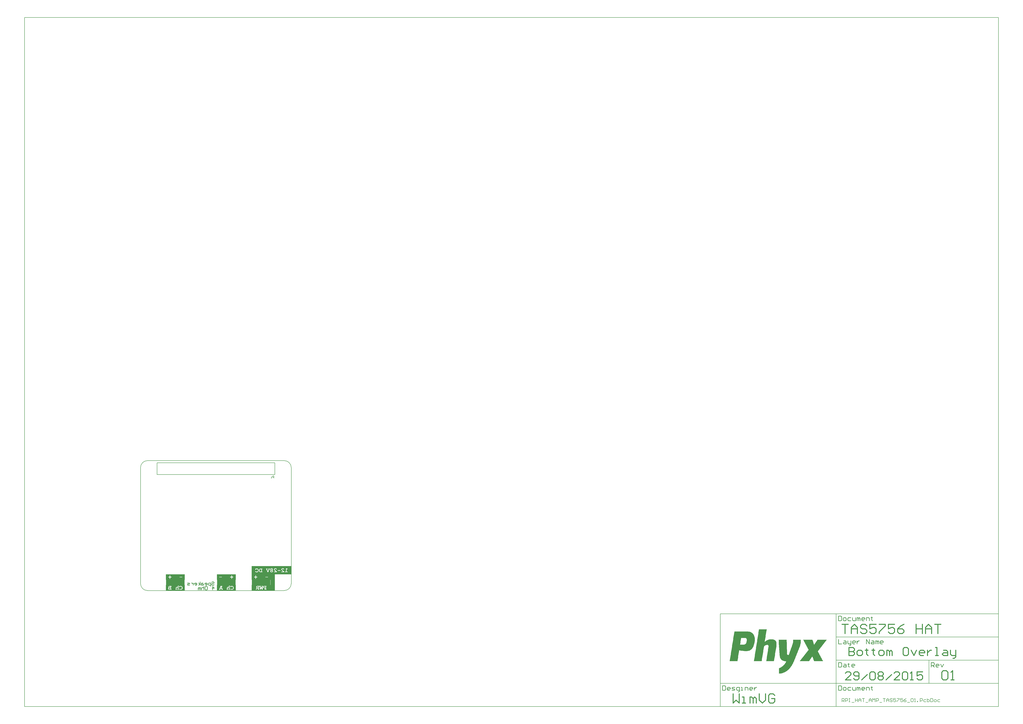
<source format=gbo>
G04 Layer_Color=32896*
%FSLAX25Y25*%
%MOIN*%
G70*
G01*
G75*
%ADD32C,0.00984*%
%ADD33C,0.00787*%
%ADD35C,0.01575*%
%ADD79R,0.31811X0.08661*%
%ADD80R,0.07717X0.27559*%
G36*
X161575Y18110D02*
X129764D01*
Y27559D01*
X161575D01*
Y18110D01*
D02*
G37*
G36*
X74961D02*
X43150D01*
Y27559D01*
X74961D01*
Y18110D01*
D02*
G37*
G36*
X220630Y0D02*
X188819D01*
Y9449D01*
X220630D01*
Y0D01*
D02*
G37*
G36*
X161575D02*
X129764D01*
Y9449D01*
X161575D01*
Y0D01*
D02*
G37*
G36*
X220630Y18110D02*
X188819D01*
Y27559D01*
X220630D01*
Y18110D01*
D02*
G37*
G36*
X74961Y0D02*
X43150D01*
Y9449D01*
X74961D01*
Y0D01*
D02*
G37*
G36*
X255906Y27559D02*
X188819D01*
Y41339D01*
X255906D01*
Y27559D01*
D02*
G37*
%LPC*%
G36*
X213173Y7807D02*
X210681D01*
X210605Y7796D01*
X210517Y7785D01*
X210408Y7774D01*
X210299Y7763D01*
X210168Y7730D01*
X209905Y7665D01*
X209621Y7566D01*
X209479Y7501D01*
X209348Y7424D01*
X209217Y7326D01*
X209096Y7227D01*
X209085Y7216D01*
X209074Y7205D01*
X209042Y7173D01*
X208998Y7129D01*
X208954Y7063D01*
X208900Y6998D01*
X208779Y6834D01*
X208670Y6626D01*
X208572Y6386D01*
X208528Y6255D01*
X208495Y6112D01*
X208484Y5970D01*
X208473Y5817D01*
Y5796D01*
Y5741D01*
X208484Y5654D01*
X208495Y5533D01*
X208528Y5402D01*
X208561Y5260D01*
X208615Y5107D01*
X208692Y4954D01*
X208703Y4943D01*
X208725Y4899D01*
X208758Y4845D01*
X208812Y4768D01*
X208889Y4670D01*
X208976Y4571D01*
X209085Y4451D01*
X209217Y4342D01*
X209228Y4331D01*
X209282Y4298D01*
X209348Y4244D01*
X209446Y4178D01*
X209556Y4101D01*
X209687Y4025D01*
X209829Y3959D01*
X209971Y3894D01*
X209993Y3883D01*
X210036Y3872D01*
X210124Y3850D01*
X210244Y3828D01*
X210386Y3795D01*
X210561Y3774D01*
X210758Y3763D01*
X210987Y3752D01*
X211971D01*
Y2681D01*
X210856D01*
X210791Y2670D01*
X210714Y2659D01*
X210528Y2615D01*
X210441Y2582D01*
X210375Y2527D01*
X210364Y2517D01*
X210353Y2506D01*
X210321Y2473D01*
X210288Y2429D01*
X210233Y2309D01*
X210222Y2243D01*
X210211Y2156D01*
Y2145D01*
Y2123D01*
X210222Y2079D01*
X210233Y2025D01*
X210255Y1970D01*
X210277Y1905D01*
X210321Y1839D01*
X210375Y1784D01*
X210386Y1773D01*
X210408Y1762D01*
X210452Y1740D01*
X210506Y1719D01*
X210583Y1686D01*
X210670Y1664D01*
X210791Y1653D01*
X210922Y1642D01*
X213239D01*
X213304Y1653D01*
X213392Y1664D01*
X213578Y1708D01*
X213654Y1740D01*
X213731Y1784D01*
X213742Y1795D01*
X213753Y1806D01*
X213774Y1839D01*
X213807Y1883D01*
X213862Y2003D01*
X213873Y2079D01*
X213884Y2156D01*
Y2167D01*
Y2200D01*
X213873Y2232D01*
X213862Y2287D01*
X213818Y2407D01*
X213785Y2473D01*
X213731Y2527D01*
X213720Y2538D01*
X213698Y2549D01*
X213654Y2571D01*
X213600Y2604D01*
X213523Y2637D01*
X213425Y2659D01*
X213304Y2670D01*
X213173Y2681D01*
X213009D01*
Y6768D01*
X213239D01*
X213304Y6779D01*
X213392Y6790D01*
X213578Y6834D01*
X213654Y6867D01*
X213731Y6910D01*
X213742Y6921D01*
X213753Y6932D01*
X213774Y6965D01*
X213807Y7009D01*
X213862Y7129D01*
X213873Y7205D01*
X213884Y7282D01*
Y7293D01*
Y7326D01*
X213873Y7359D01*
X213862Y7413D01*
X213818Y7533D01*
X213785Y7599D01*
X213731Y7654D01*
X213720Y7665D01*
X213698Y7676D01*
X213654Y7697D01*
X213600Y7730D01*
X213523Y7763D01*
X213425Y7785D01*
X213304Y7796D01*
X213173Y7807D01*
D02*
G37*
G36*
X206186Y37318D02*
X203989Y37307D01*
X203901D01*
X203803Y37296D01*
X203672Y37285D01*
X203519Y37263D01*
X203355Y37231D01*
X203180Y37187D01*
X202994Y37121D01*
X202983D01*
X202972Y37110D01*
X202907Y37088D01*
X202819Y37045D01*
X202710Y36990D01*
X202579Y36924D01*
X202448Y36837D01*
X202317Y36750D01*
X202196Y36640D01*
X202185Y36629D01*
X202153Y36597D01*
X202109Y36553D01*
X202054Y36487D01*
X201989Y36400D01*
X201912Y36290D01*
X201825Y36170D01*
X201737Y36039D01*
X201726Y36017D01*
X201694Y35974D01*
X201650Y35897D01*
X201595Y35799D01*
X201541Y35689D01*
X201475Y35558D01*
X201420Y35427D01*
X201366Y35285D01*
X201355Y35263D01*
X201344Y35219D01*
X201322Y35143D01*
X201300Y35034D01*
X201278Y34902D01*
X201256Y34738D01*
X201235Y34564D01*
Y34367D01*
Y33864D01*
Y33853D01*
Y33831D01*
Y33799D01*
Y33755D01*
X201245Y33634D01*
X201267Y33471D01*
X201289Y33296D01*
X201333Y33099D01*
X201388Y32891D01*
X201464Y32695D01*
Y32684D01*
X201475Y32673D01*
X201508Y32607D01*
X201552Y32520D01*
X201628Y32399D01*
X201715Y32268D01*
X201814Y32126D01*
X201934Y31984D01*
X202065Y31853D01*
X202076Y31842D01*
X202131Y31798D01*
X202196Y31744D01*
X202284Y31678D01*
X202393Y31602D01*
X202502Y31525D01*
X202634Y31449D01*
X202754Y31383D01*
X202765D01*
X202776Y31372D01*
X202808Y31361D01*
X202841Y31350D01*
X202951Y31306D01*
X203103Y31274D01*
X203300Y31230D01*
X203519Y31186D01*
X203781Y31164D01*
X204076Y31153D01*
X206251D01*
X206317Y31164D01*
X206404Y31175D01*
X206590Y31219D01*
X206667Y31252D01*
X206743Y31295D01*
X206754Y31306D01*
X206765Y31317D01*
X206787Y31350D01*
X206820Y31394D01*
X206874Y31514D01*
X206885Y31591D01*
X206896Y31667D01*
Y31678D01*
Y31711D01*
X206885Y31744D01*
X206874Y31798D01*
X206831Y31918D01*
X206798Y31984D01*
X206743Y32039D01*
X206732Y32050D01*
X206710Y32061D01*
X206667Y32083D01*
X206612Y32115D01*
X206536Y32148D01*
X206437Y32170D01*
X206317Y32181D01*
X206186Y32192D01*
Y36280D01*
X206251D01*
X206317Y36290D01*
X206404Y36301D01*
X206590Y36345D01*
X206667Y36378D01*
X206743Y36422D01*
X206754Y36433D01*
X206765Y36443D01*
X206787Y36476D01*
X206820Y36520D01*
X206874Y36640D01*
X206885Y36717D01*
X206896Y36793D01*
Y36804D01*
Y36837D01*
X206885Y36870D01*
X206874Y36924D01*
X206831Y37045D01*
X206798Y37110D01*
X206743Y37165D01*
X206732Y37176D01*
X206710Y37187D01*
X206667Y37209D01*
X206612Y37241D01*
X206536Y37274D01*
X206437Y37296D01*
X206317Y37307D01*
X206186Y37318D01*
D02*
G37*
G36*
X207883Y7807D02*
X206211D01*
X206145Y7796D01*
X206069Y7785D01*
X205883Y7741D01*
X205796Y7708D01*
X205730Y7654D01*
X205719Y7643D01*
X205708Y7632D01*
X205675Y7599D01*
X205643Y7555D01*
X205588Y7435D01*
X205577Y7369D01*
X205566Y7282D01*
Y7271D01*
Y7249D01*
X205577Y7205D01*
X205588Y7151D01*
X205610Y7096D01*
X205632Y7031D01*
X205675Y6965D01*
X205730Y6910D01*
X205741Y6899D01*
X205763Y6888D01*
X205806Y6867D01*
X205861Y6845D01*
X205938Y6812D01*
X206025Y6790D01*
X206145Y6779D01*
X206276Y6768D01*
X206823D01*
X206473Y3839D01*
X205654Y6266D01*
X204582D01*
X203752Y3839D01*
X203402Y6768D01*
X204014D01*
X204080Y6779D01*
X204167Y6790D01*
X204353Y6834D01*
X204429Y6867D01*
X204506Y6910D01*
X204517Y6921D01*
X204528Y6932D01*
X204550Y6965D01*
X204582Y7009D01*
X204637Y7129D01*
X204648Y7205D01*
X204659Y7282D01*
Y7293D01*
Y7326D01*
X204648Y7359D01*
X204637Y7413D01*
X204593Y7533D01*
X204560Y7599D01*
X204506Y7654D01*
X204495Y7665D01*
X204473Y7676D01*
X204429Y7697D01*
X204375Y7730D01*
X204298Y7763D01*
X204200Y7785D01*
X204080Y7796D01*
X203948Y7807D01*
X202287D01*
X202221Y7796D01*
X202145Y7785D01*
X201959Y7741D01*
X201872Y7708D01*
X201806Y7654D01*
X201795Y7643D01*
X201784Y7632D01*
X201751Y7599D01*
X201697Y7654D01*
X201686Y7665D01*
X201664Y7676D01*
X201620Y7697D01*
X201566Y7730D01*
X201489Y7763D01*
X201391Y7785D01*
X201271Y7796D01*
X201139Y7807D01*
X198680D01*
X198604Y7796D01*
X198516D01*
X198407Y7774D01*
X198287Y7763D01*
X198155Y7741D01*
X197882Y7676D01*
X197598Y7577D01*
X197456Y7512D01*
X197325Y7446D01*
X197194Y7359D01*
X197073Y7260D01*
X197063Y7249D01*
X197052Y7238D01*
X197019Y7205D01*
X196975Y7162D01*
X196931Y7107D01*
X196877Y7042D01*
X196767Y6888D01*
X196658Y6692D01*
X196560Y6462D01*
X196483Y6211D01*
X196472Y6069D01*
X196461Y5927D01*
Y5905D01*
Y5839D01*
X196472Y5752D01*
X196494Y5632D01*
X196538Y5489D01*
X196582Y5336D01*
X196658Y5184D01*
X196756Y5030D01*
X196767Y5009D01*
X196811Y4965D01*
X196877Y4888D01*
X196975Y4801D01*
X197095Y4692D01*
X197237Y4571D01*
X197412Y4451D01*
X197620Y4331D01*
X197609Y4320D01*
X197565Y4276D01*
X197500Y4211D01*
X197412Y4123D01*
X197303Y4025D01*
X197183Y3894D01*
X197052Y3752D01*
X196909Y3588D01*
X196898Y3577D01*
X196866Y3533D01*
X196811Y3467D01*
X196746Y3369D01*
X196658Y3238D01*
X196549Y3085D01*
X196418Y2899D01*
X196275Y2681D01*
X196144D01*
X196068Y2670D01*
X195904Y2637D01*
X195827Y2615D01*
X195773Y2582D01*
X195762Y2571D01*
X195740Y2549D01*
X195707Y2506D01*
X195663Y2451D01*
X195598Y2320D01*
X195576Y2243D01*
X195565Y2156D01*
Y2145D01*
Y2123D01*
X195576Y2079D01*
X195587Y2025D01*
X195609Y1970D01*
X195631Y1905D01*
X195674Y1839D01*
X195729Y1784D01*
X195740Y1773D01*
X195762Y1762D01*
X195806Y1740D01*
X195860Y1719D01*
X195937Y1686D01*
X196024Y1664D01*
X196144Y1653D01*
X196275Y1642D01*
X196811D01*
Y1653D01*
X196822Y1664D01*
X196866Y1730D01*
X196931Y1828D01*
X197019Y1959D01*
X197128Y2112D01*
X197259Y2287D01*
X197401Y2473D01*
X197543Y2670D01*
X197882Y3074D01*
X198057Y3282D01*
X198232Y3467D01*
X198407Y3631D01*
X198582Y3784D01*
X198746Y3916D01*
X198910Y4003D01*
X199937D01*
Y2681D01*
X199500D01*
X199434Y2670D01*
X199358Y2659D01*
X199172Y2615D01*
X199084Y2582D01*
X199019Y2527D01*
X199008Y2517D01*
X198997Y2506D01*
X198964Y2473D01*
X198932Y2429D01*
X198877Y2309D01*
X198866Y2243D01*
X198855Y2156D01*
Y2145D01*
Y2123D01*
X198866Y2079D01*
X198877Y2025D01*
X198899Y1970D01*
X198921Y1905D01*
X198964Y1839D01*
X199019Y1784D01*
X199030Y1773D01*
X199052Y1762D01*
X199095Y1740D01*
X199150Y1719D01*
X199227Y1686D01*
X199314Y1664D01*
X199434Y1653D01*
X199565Y1642D01*
X201205D01*
X201271Y1653D01*
X201358Y1664D01*
X201544Y1708D01*
X201620Y1740D01*
X201697Y1784D01*
X201708Y1795D01*
X201719Y1806D01*
X201741Y1839D01*
X201773Y1883D01*
X201828Y2003D01*
X201839Y2079D01*
X201850Y2156D01*
Y2167D01*
Y2200D01*
X201839Y2232D01*
X201828Y2287D01*
X201784Y2407D01*
X201751Y2473D01*
X201697Y2527D01*
X201686Y2538D01*
X201664Y2549D01*
X201620Y2571D01*
X201566Y2604D01*
X201489Y2637D01*
X201391Y2659D01*
X201271Y2670D01*
X201139Y2681D01*
X200975D01*
Y6768D01*
X201205D01*
X201271Y6779D01*
X201358Y6790D01*
X201544Y6834D01*
X201620Y6867D01*
X201697Y6910D01*
X201708Y6921D01*
X201719Y6932D01*
X201741Y6965D01*
X201746Y6973D01*
X201751Y6965D01*
X201806Y6910D01*
X201817Y6899D01*
X201839Y6888D01*
X201883Y6867D01*
X201937Y6845D01*
X202014Y6812D01*
X202101Y6790D01*
X202221Y6779D01*
X202353Y6768D01*
X202965Y1642D01*
X204101D01*
X205118Y4593D01*
X206091Y1642D01*
X207260D01*
X207883Y6768D01*
X207949D01*
X208014Y6779D01*
X208091Y6790D01*
X208266Y6823D01*
X208353Y6856D01*
X208419Y6899D01*
X208430Y6910D01*
X208441Y6921D01*
X208473Y6954D01*
X208495Y6998D01*
X208528Y7052D01*
X208561Y7107D01*
X208572Y7184D01*
X208583Y7271D01*
Y7282D01*
Y7315D01*
X208572Y7348D01*
X208561Y7402D01*
X208539Y7468D01*
X208517Y7533D01*
X208473Y7599D01*
X208419Y7654D01*
X208408Y7665D01*
X208386Y7676D01*
X208342Y7697D01*
X208288Y7730D01*
X208211Y7763D01*
X208124Y7785D01*
X208014Y7796D01*
X207883Y7807D01*
D02*
G37*
G36*
X195642Y25791D02*
X195598D01*
X195521Y25780D01*
X195445Y25769D01*
X195325Y25715D01*
X195281Y25682D01*
X195248Y25649D01*
X195237Y25638D01*
X195226Y25627D01*
X195183Y25562D01*
X195150Y25474D01*
X195106Y25299D01*
X195095Y25223D01*
X195084Y25157D01*
Y25114D01*
Y25092D01*
Y23354D01*
X193587D01*
X193456Y23343D01*
X193346Y23332D01*
X193259Y23310D01*
X193182Y23288D01*
X193128Y23256D01*
X193084Y23234D01*
X193062Y23223D01*
X193051Y23212D01*
X192997Y23157D01*
X192964Y23091D01*
X192920Y22971D01*
X192909Y22917D01*
X192898Y22873D01*
Y22840D01*
Y22829D01*
X192909Y22753D01*
X192920Y22676D01*
X192975Y22556D01*
X193007Y22512D01*
X193029Y22479D01*
X193040Y22468D01*
X193051Y22458D01*
X193117Y22414D01*
X193204Y22381D01*
X193379Y22337D01*
X193456Y22326D01*
X193521Y22316D01*
X195084D01*
Y20567D01*
X195095Y20436D01*
X195106Y20326D01*
X195128Y20239D01*
X195161Y20162D01*
X195183Y20108D01*
X195204Y20064D01*
X195215Y20042D01*
X195226Y20031D01*
X195281Y19976D01*
X195346Y19944D01*
X195467Y19900D01*
X195521Y19889D01*
X195565Y19878D01*
X195598D01*
X195685Y19889D01*
X195751Y19900D01*
X195871Y19955D01*
X195915Y19987D01*
X195948Y20009D01*
X195958Y20020D01*
X195969Y20031D01*
X196013Y20097D01*
X196057Y20184D01*
X196090Y20359D01*
X196101Y20436D01*
X196112Y20501D01*
Y20556D01*
Y20567D01*
Y22316D01*
X197598D01*
X197729Y22326D01*
X197838Y22337D01*
X197926Y22359D01*
X198003Y22392D01*
X198057Y22414D01*
X198101Y22436D01*
X198123Y22447D01*
X198134Y22458D01*
X198188Y22512D01*
X198232Y22578D01*
X198254Y22643D01*
X198276Y22698D01*
X198287Y22753D01*
X198298Y22796D01*
Y22818D01*
Y22829D01*
X198287Y22917D01*
X198276Y22993D01*
X198243Y23059D01*
X198221Y23113D01*
X198188Y23157D01*
X198155Y23190D01*
X198145Y23201D01*
X198134Y23212D01*
X198068Y23256D01*
X197981Y23299D01*
X197806Y23332D01*
X197729Y23343D01*
X197664Y23354D01*
X196112D01*
X196123Y25092D01*
X196112Y25223D01*
X196101Y25332D01*
X196079Y25420D01*
X196046Y25496D01*
X196013Y25551D01*
X195991Y25594D01*
X195980Y25616D01*
X195969Y25627D01*
X195915Y25682D01*
X195849Y25726D01*
X195795Y25747D01*
X195729Y25769D01*
X195674Y25780D01*
X195642Y25791D01*
D02*
G37*
G36*
X222614Y37908D02*
X222526D01*
X222450Y37897D01*
X222373Y37886D01*
X222275Y37875D01*
X222176Y37864D01*
X222056Y37832D01*
X221816Y37766D01*
X221553Y37668D01*
X221422Y37602D01*
X221291Y37526D01*
X221171Y37427D01*
X221051Y37329D01*
X221040Y37318D01*
X221029Y37307D01*
X220996Y37274D01*
X220952Y37231D01*
X220908Y37176D01*
X220854Y37099D01*
X220745Y36935D01*
X220635Y36739D01*
X220537Y36509D01*
X220460Y36236D01*
X220449Y36094D01*
X220439Y35952D01*
Y35930D01*
Y35886D01*
X220449Y35810D01*
X220460Y35700D01*
X220482Y35580D01*
X220515Y35449D01*
X220559Y35318D01*
X220613Y35176D01*
X220624Y35165D01*
X220646Y35110D01*
X220690Y35045D01*
X220745Y34957D01*
X220821Y34848D01*
X220908Y34738D01*
X221018Y34618D01*
X221149Y34498D01*
X221127Y34487D01*
X221083Y34443D01*
X221007Y34378D01*
X220919Y34290D01*
X220821Y34181D01*
X220723Y34061D01*
X220624Y33930D01*
X220548Y33788D01*
X220537Y33766D01*
X220515Y33722D01*
X220482Y33634D01*
X220439Y33536D01*
X220406Y33405D01*
X220373Y33252D01*
X220351Y33088D01*
X220340Y32913D01*
Y32902D01*
Y32891D01*
Y32826D01*
X220351Y32727D01*
X220373Y32596D01*
X220406Y32443D01*
X220449Y32279D01*
X220515Y32115D01*
X220602Y31940D01*
X220613Y31918D01*
X220646Y31864D01*
X220712Y31787D01*
X220799Y31689D01*
X220908Y31580D01*
X221051Y31470D01*
X221215Y31350D01*
X221411Y31252D01*
X221422D01*
X221433Y31241D01*
X221466Y31230D01*
X221510Y31208D01*
X221619Y31175D01*
X221772Y31132D01*
X221947Y31077D01*
X222154Y31044D01*
X222384Y31011D01*
X222624Y31000D01*
X222734D01*
X222799Y31011D01*
X222865D01*
X223029Y31033D01*
X223215Y31066D01*
X223422Y31110D01*
X223630Y31164D01*
X223838Y31252D01*
X223849D01*
X223860Y31263D01*
X223925Y31295D01*
X224024Y31350D01*
X224133Y31438D01*
X224264Y31536D01*
X224395Y31656D01*
X224515Y31798D01*
X224625Y31951D01*
X224636Y31973D01*
X224668Y32028D01*
X224701Y32115D01*
X224745Y32236D01*
X224800Y32388D01*
X224832Y32541D01*
X224865Y32727D01*
X224876Y32913D01*
Y32924D01*
Y32935D01*
Y32990D01*
X224865Y33088D01*
X224854Y33208D01*
X224832Y33339D01*
X224789Y33481D01*
X224745Y33634D01*
X224679Y33788D01*
X224668Y33809D01*
X224647Y33853D01*
X224592Y33930D01*
X224526Y34028D01*
X224450Y34137D01*
X224341Y34258D01*
X224220Y34378D01*
X224078Y34498D01*
X224089Y34509D01*
X224133Y34553D01*
X224199Y34618D01*
X224275Y34706D01*
X224362Y34804D01*
X224450Y34913D01*
X224526Y35045D01*
X224603Y35176D01*
X224614Y35197D01*
X224625Y35241D01*
X224658Y35318D01*
X224690Y35416D01*
X224723Y35525D01*
X224745Y35657D01*
X224767Y35799D01*
X224778Y35952D01*
Y35963D01*
Y35985D01*
Y36028D01*
X224767Y36083D01*
X224756Y36159D01*
X224745Y36236D01*
X224701Y36422D01*
X224636Y36640D01*
X224526Y36870D01*
X224450Y36990D01*
X224373Y37099D01*
X224286Y37220D01*
X224177Y37329D01*
X224166Y37340D01*
X224144Y37351D01*
X224111Y37383D01*
X224067Y37416D01*
X224002Y37460D01*
X223936Y37515D01*
X223849Y37569D01*
X223750Y37624D01*
X223641Y37668D01*
X223521Y37722D01*
X223258Y37821D01*
X222952Y37886D01*
X222789Y37897D01*
X222614Y37908D01*
D02*
G37*
G36*
X237293Y34585D02*
X232931D01*
Y33634D01*
X237293D01*
Y34585D01*
D02*
G37*
G36*
X241457Y37908D02*
X241359D01*
X241293Y37897D01*
X241206Y37886D01*
X241107Y37875D01*
X241009Y37854D01*
X240889Y37832D01*
X240626Y37766D01*
X240364Y37657D01*
X240222Y37591D01*
X240091Y37504D01*
X239960Y37416D01*
X239839Y37307D01*
X239828Y37296D01*
X239807Y37285D01*
X239785Y37241D01*
X239741Y37198D01*
X239697Y37143D01*
X239643Y37078D01*
X239522Y36903D01*
X239402Y36695D01*
X239304Y36443D01*
X239260Y36312D01*
X239227Y36170D01*
X239216Y36017D01*
X239205Y35864D01*
Y35842D01*
Y35788D01*
X239216Y35711D01*
X239227Y35602D01*
X239249Y35471D01*
X239282Y35340D01*
X239326Y35197D01*
X239391Y35055D01*
X239402Y35034D01*
X239424Y34990D01*
X239479Y34902D01*
X239566Y34793D01*
X239675Y34651D01*
X239828Y34476D01*
X239916Y34378D01*
X240014Y34269D01*
X240134Y34159D01*
X240255Y34039D01*
X240265Y34028D01*
X240277Y34017D01*
X240309Y33984D01*
X240364Y33941D01*
X240429Y33875D01*
X240506Y33799D01*
X240604Y33711D01*
X240714Y33613D01*
X240845Y33492D01*
X240998Y33361D01*
X241173Y33208D01*
X241359Y33033D01*
X241577Y32858D01*
X241807Y32651D01*
X242058Y32432D01*
X242342Y32192D01*
X240069D01*
X240058Y32203D01*
X240036Y32214D01*
X240003Y32236D01*
X239960Y32268D01*
X239839Y32323D01*
X239785Y32334D01*
X239719Y32345D01*
X239675D01*
X239632Y32334D01*
X239577Y32323D01*
X239522Y32301D01*
X239457Y32279D01*
X239391Y32236D01*
X239336Y32181D01*
X239326Y32170D01*
X239315Y32148D01*
X239293Y32115D01*
X239260Y32061D01*
X239238Y31984D01*
X239216Y31886D01*
X239205Y31776D01*
X239194Y31645D01*
Y31153D01*
X243938D01*
Y32257D01*
X243927Y32268D01*
X243905Y32279D01*
X243872Y32312D01*
X243818Y32356D01*
X243752Y32410D01*
X243676Y32476D01*
X243588Y32552D01*
X243490Y32629D01*
X243271Y32815D01*
X243020Y33033D01*
X242747Y33263D01*
X242462Y33503D01*
X241872Y34017D01*
X241588Y34258D01*
X241315Y34498D01*
X241074Y34727D01*
X240856Y34935D01*
X240757Y35023D01*
X240670Y35110D01*
X240604Y35187D01*
X240539Y35252D01*
X240528Y35263D01*
X240495Y35307D01*
X240440Y35372D01*
X240386Y35460D01*
X240342Y35558D01*
X240287Y35667D01*
X240255Y35777D01*
X240244Y35897D01*
Y35919D01*
Y35963D01*
X240265Y36039D01*
X240287Y36127D01*
X240331Y36236D01*
X240386Y36345D01*
X240473Y36465D01*
X240582Y36575D01*
X240593Y36586D01*
X240637Y36618D01*
X240714Y36673D01*
X240812Y36728D01*
X240943Y36771D01*
X241096Y36826D01*
X241271Y36859D01*
X241468Y36870D01*
X241555D01*
X241665Y36848D01*
X241796Y36826D01*
X241938Y36793D01*
X242091Y36728D01*
X242255Y36651D01*
X242397Y36542D01*
X242408Y36531D01*
X242430Y36509D01*
X242462Y36465D01*
X242506Y36411D01*
X242561Y36345D01*
X242605Y36247D01*
X242659Y36148D01*
X242703Y36028D01*
Y36017D01*
X242714Y35995D01*
X242736Y35952D01*
X242758Y35908D01*
X242823Y35810D01*
X242867Y35766D01*
X242911Y35722D01*
X242933Y35711D01*
X242998Y35678D01*
X243086Y35646D01*
X243217Y35635D01*
X243249D01*
X243293Y35646D01*
X243337Y35657D01*
X243457Y35700D01*
X243523Y35733D01*
X243577Y35777D01*
X243588Y35788D01*
X243599Y35810D01*
X243621Y35831D01*
X243654Y35875D01*
X243708Y35995D01*
X243719Y36061D01*
X243730Y36138D01*
Y36148D01*
Y36192D01*
X243719Y36258D01*
X243698Y36345D01*
X243665Y36454D01*
X243610Y36586D01*
X243545Y36728D01*
X243457Y36892D01*
X243446Y36913D01*
X243403Y36968D01*
X243337Y37056D01*
X243249Y37154D01*
X243129Y37274D01*
X242987Y37394D01*
X242823Y37515D01*
X242637Y37624D01*
X242626D01*
X242616Y37635D01*
X242583Y37646D01*
X242539Y37668D01*
X242430Y37711D01*
X242288Y37766D01*
X242113Y37821D01*
X241905Y37864D01*
X241687Y37897D01*
X241457Y37908D01*
D02*
G37*
G36*
X228953D02*
X228855D01*
X228789Y37897D01*
X228702Y37886D01*
X228603Y37875D01*
X228505Y37854D01*
X228385Y37832D01*
X228122Y37766D01*
X227860Y37657D01*
X227718Y37591D01*
X227587Y37504D01*
X227456Y37416D01*
X227335Y37307D01*
X227324Y37296D01*
X227303Y37285D01*
X227281Y37241D01*
X227237Y37198D01*
X227193Y37143D01*
X227139Y37078D01*
X227018Y36903D01*
X226898Y36695D01*
X226800Y36443D01*
X226756Y36312D01*
X226723Y36170D01*
X226712Y36017D01*
X226701Y35864D01*
Y35842D01*
Y35788D01*
X226712Y35711D01*
X226723Y35602D01*
X226745Y35471D01*
X226778Y35340D01*
X226822Y35197D01*
X226887Y35055D01*
X226898Y35034D01*
X226920Y34990D01*
X226975Y34902D01*
X227062Y34793D01*
X227171Y34651D01*
X227324Y34476D01*
X227412Y34378D01*
X227510Y34269D01*
X227630Y34159D01*
X227751Y34039D01*
X227762Y34028D01*
X227773Y34017D01*
X227805Y33984D01*
X227860Y33941D01*
X227926Y33875D01*
X228002Y33799D01*
X228100Y33711D01*
X228210Y33613D01*
X228341Y33492D01*
X228494Y33361D01*
X228669Y33208D01*
X228855Y33033D01*
X229073Y32858D01*
X229303Y32651D01*
X229554Y32432D01*
X229838Y32192D01*
X227565D01*
X227554Y32203D01*
X227532Y32214D01*
X227499Y32236D01*
X227456Y32268D01*
X227335Y32323D01*
X227281Y32334D01*
X227215Y32345D01*
X227171D01*
X227128Y32334D01*
X227073Y32323D01*
X227018Y32301D01*
X226953Y32279D01*
X226887Y32236D01*
X226833Y32181D01*
X226822Y32170D01*
X226811Y32148D01*
X226789Y32115D01*
X226756Y32061D01*
X226734Y31984D01*
X226712Y31886D01*
X226701Y31776D01*
X226691Y31645D01*
Y31153D01*
X231434D01*
Y32257D01*
X231423Y32268D01*
X231401Y32279D01*
X231368Y32312D01*
X231314Y32356D01*
X231248Y32410D01*
X231172Y32476D01*
X231084Y32552D01*
X230986Y32629D01*
X230767Y32815D01*
X230516Y33033D01*
X230243Y33263D01*
X229959Y33503D01*
X229368Y34017D01*
X229084Y34258D01*
X228811Y34498D01*
X228570Y34727D01*
X228352Y34935D01*
X228254Y35023D01*
X228166Y35110D01*
X228100Y35187D01*
X228035Y35252D01*
X228024Y35263D01*
X227991Y35307D01*
X227937Y35372D01*
X227882Y35460D01*
X227838Y35558D01*
X227783Y35667D01*
X227751Y35777D01*
X227740Y35897D01*
Y35919D01*
Y35963D01*
X227762Y36039D01*
X227783Y36127D01*
X227827Y36236D01*
X227882Y36345D01*
X227969Y36465D01*
X228079Y36575D01*
X228089Y36586D01*
X228133Y36618D01*
X228210Y36673D01*
X228308Y36728D01*
X228439Y36771D01*
X228592Y36826D01*
X228767Y36859D01*
X228964Y36870D01*
X229051D01*
X229161Y36848D01*
X229292Y36826D01*
X229434Y36793D01*
X229587Y36728D01*
X229751Y36651D01*
X229893Y36542D01*
X229904Y36531D01*
X229926Y36509D01*
X229959Y36465D01*
X230002Y36411D01*
X230057Y36345D01*
X230101Y36247D01*
X230155Y36148D01*
X230199Y36028D01*
Y36017D01*
X230210Y35995D01*
X230232Y35952D01*
X230254Y35908D01*
X230319Y35810D01*
X230363Y35766D01*
X230407Y35722D01*
X230429Y35711D01*
X230494Y35678D01*
X230582Y35646D01*
X230713Y35635D01*
X230746D01*
X230789Y35646D01*
X230833Y35657D01*
X230953Y35700D01*
X231019Y35733D01*
X231073Y35777D01*
X231084Y35788D01*
X231095Y35810D01*
X231117Y35831D01*
X231150Y35875D01*
X231205Y35995D01*
X231216Y36061D01*
X231226Y36138D01*
Y36148D01*
Y36192D01*
X231216Y36258D01*
X231194Y36345D01*
X231161Y36454D01*
X231106Y36586D01*
X231041Y36728D01*
X230953Y36892D01*
X230942Y36913D01*
X230898Y36968D01*
X230833Y37056D01*
X230746Y37154D01*
X230625Y37274D01*
X230483Y37394D01*
X230319Y37515D01*
X230133Y37624D01*
X230122D01*
X230112Y37635D01*
X230079Y37646D01*
X230035Y37668D01*
X229926Y37711D01*
X229784Y37766D01*
X229609Y37821D01*
X229401Y37864D01*
X229183Y37897D01*
X228953Y37908D01*
D02*
G37*
G36*
X219018Y37318D02*
X217575D01*
X217509Y37307D01*
X217433Y37296D01*
X217247Y37252D01*
X217160Y37220D01*
X217094Y37165D01*
X217083Y37154D01*
X217072Y37143D01*
X217039Y37110D01*
X217006Y37067D01*
X216952Y36946D01*
X216941Y36881D01*
X216930Y36793D01*
Y36782D01*
Y36761D01*
X216941Y36717D01*
X216952Y36662D01*
X216974Y36608D01*
X216996Y36542D01*
X217039Y36476D01*
X217094Y36422D01*
X217105Y36411D01*
X217127Y36400D01*
X217171Y36378D01*
X217225Y36356D01*
X217302Y36323D01*
X217389Y36301D01*
X217509Y36290D01*
X217640Y36280D01*
X217881D01*
X216373Y32673D01*
X214864Y36280D01*
X215170D01*
X215236Y36290D01*
X215323Y36301D01*
X215509Y36345D01*
X215586Y36378D01*
X215662Y36422D01*
X215673Y36433D01*
X215684Y36443D01*
X215706Y36476D01*
X215739Y36520D01*
X215793Y36640D01*
X215804Y36717D01*
X215815Y36793D01*
Y36804D01*
Y36837D01*
X215804Y36870D01*
X215793Y36924D01*
X215750Y37045D01*
X215717Y37110D01*
X215662Y37165D01*
X215651Y37176D01*
X215629Y37187D01*
X215586Y37209D01*
X215531Y37241D01*
X215454Y37274D01*
X215356Y37296D01*
X215236Y37307D01*
X215105Y37318D01*
X213662D01*
X213596Y37307D01*
X213520Y37296D01*
X213334Y37252D01*
X213247Y37220D01*
X213181Y37165D01*
X213170Y37154D01*
X213159Y37143D01*
X213126Y37110D01*
X213094Y37067D01*
X213039Y36946D01*
X213028Y36881D01*
X213017Y36793D01*
Y36782D01*
Y36750D01*
X213028Y36706D01*
X213039Y36651D01*
X213072Y36586D01*
X213105Y36520D01*
X213159Y36443D01*
X213236Y36367D01*
X213258Y36356D01*
X213290Y36345D01*
X213334Y36323D01*
X213400Y36312D01*
X213487Y36290D01*
X213596Y36280D01*
X213727D01*
X215870Y31153D01*
X216864D01*
X219018Y36280D01*
X219149D01*
X219225Y36290D01*
X219302Y36301D01*
X219378Y36312D01*
X219444Y36334D01*
X219498Y36367D01*
X219510Y36378D01*
X219531Y36400D01*
X219564Y36443D01*
X219608Y36498D01*
X219684Y36629D01*
X219706Y36706D01*
X219717Y36793D01*
Y36804D01*
Y36837D01*
X219706Y36870D01*
X219695Y36924D01*
X219673Y36990D01*
X219652Y37045D01*
X219608Y37110D01*
X219553Y37165D01*
X219542Y37176D01*
X219520Y37187D01*
X219488Y37209D01*
X219433Y37241D01*
X219356Y37274D01*
X219258Y37296D01*
X219149Y37307D01*
X219018Y37318D01*
D02*
G37*
G36*
X197551Y37471D02*
X197387D01*
X197278Y37460D01*
X197147Y37449D01*
X197005Y37427D01*
X196710Y37362D01*
X196688D01*
X196644Y37340D01*
X196567Y37318D01*
X196469Y37285D01*
X196360Y37241D01*
X196229Y37187D01*
X195966Y37045D01*
Y37056D01*
X195955Y37067D01*
X195912Y37121D01*
X195846Y37187D01*
X195770Y37241D01*
X195759D01*
X195748Y37252D01*
X195693Y37285D01*
X195616Y37307D01*
X195518Y37318D01*
X195474D01*
X195442Y37307D01*
X195387Y37296D01*
X195321Y37274D01*
X195267Y37252D01*
X195201Y37209D01*
X195147Y37154D01*
X195136Y37143D01*
X195125Y37121D01*
X195103Y37088D01*
X195070Y37034D01*
X195037Y36957D01*
X195015Y36859D01*
X195004Y36750D01*
X194993Y36618D01*
Y35733D01*
Y35722D01*
Y35667D01*
X195004Y35602D01*
X195015Y35525D01*
X195059Y35350D01*
X195092Y35263D01*
X195147Y35197D01*
X195157Y35187D01*
X195168Y35176D01*
X195201Y35154D01*
X195245Y35121D01*
X195365Y35066D01*
X195431Y35055D01*
X195518Y35045D01*
X195551D01*
X195595Y35055D01*
X195638D01*
X195748Y35088D01*
X195846Y35154D01*
Y35165D01*
X195868Y35176D01*
X195890Y35208D01*
X195923Y35252D01*
X195944Y35318D01*
X195977Y35394D01*
X196010Y35482D01*
X196032Y35591D01*
Y35602D01*
X196043Y35624D01*
X196054Y35667D01*
X196065Y35711D01*
X196119Y35820D01*
X196185Y35919D01*
X196196Y35930D01*
X196218Y35963D01*
X196272Y35995D01*
X196338Y36050D01*
X196414Y36116D01*
X196513Y36170D01*
X196633Y36236D01*
X196764Y36290D01*
X196775Y36301D01*
X196830Y36312D01*
X196906Y36334D01*
X196994Y36367D01*
X197114Y36389D01*
X197234Y36411D01*
X197376Y36422D01*
X197518Y36433D01*
X197595D01*
X197682Y36422D01*
X197802Y36411D01*
X197934Y36378D01*
X198076Y36345D01*
X198229Y36290D01*
X198382Y36225D01*
X198404Y36214D01*
X198447Y36181D01*
X198524Y36138D01*
X198611Y36061D01*
X198721Y35974D01*
X198830Y35853D01*
X198950Y35722D01*
X199070Y35558D01*
X199081Y35536D01*
X199114Y35482D01*
X199169Y35383D01*
X199213Y35252D01*
X199267Y35088D01*
X199322Y34902D01*
X199355Y34695D01*
X199365Y34465D01*
Y33788D01*
Y33777D01*
Y33755D01*
Y33711D01*
X199355Y33667D01*
X199344Y33602D01*
X199333Y33525D01*
X199300Y33350D01*
X199234Y33154D01*
X199136Y32935D01*
X199070Y32837D01*
X198994Y32727D01*
X198917Y32629D01*
X198819Y32531D01*
X198808D01*
X198797Y32509D01*
X198764Y32487D01*
X198721Y32454D01*
X198666Y32410D01*
X198590Y32367D01*
X198513Y32323D01*
X198425Y32279D01*
X198316Y32236D01*
X198207Y32192D01*
X198087Y32148D01*
X197945Y32104D01*
X197639Y32050D01*
X197475Y32039D01*
X197300Y32028D01*
X197201D01*
X197092Y32039D01*
X196961Y32050D01*
X196808Y32061D01*
X196644Y32093D01*
X196469Y32126D01*
X196316Y32181D01*
X196305D01*
X196272Y32203D01*
X196229Y32225D01*
X196163Y32268D01*
X196097Y32312D01*
X196010Y32378D01*
X195923Y32454D01*
X195824Y32552D01*
X195813Y32563D01*
X195791Y32574D01*
X195726Y32640D01*
X195649Y32706D01*
X195606Y32738D01*
X195573Y32760D01*
X195551Y32771D01*
X195507Y32793D01*
X195442Y32804D01*
X195354Y32815D01*
X195321D01*
X195278Y32804D01*
X195234Y32793D01*
X195179Y32771D01*
X195114Y32749D01*
X195048Y32706D01*
X194993Y32651D01*
X194983Y32640D01*
X194972Y32629D01*
X194939Y32596D01*
X194906Y32552D01*
X194851Y32432D01*
X194841Y32356D01*
X194829Y32279D01*
Y32268D01*
Y32246D01*
X194841Y32203D01*
X194851Y32137D01*
X194884Y32072D01*
X194917Y31995D01*
X194972Y31908D01*
X195048Y31820D01*
X195059Y31809D01*
X195103Y31765D01*
X195168Y31700D01*
X195267Y31613D01*
X195376Y31525D01*
X195518Y31438D01*
X195671Y31339D01*
X195846Y31263D01*
X195857D01*
X195879Y31252D01*
X195912Y31241D01*
X195955Y31219D01*
X196021Y31197D01*
X196097Y31175D01*
X196272Y31132D01*
X196491Y31077D01*
X196731Y31033D01*
X197005Y31000D01*
X197300Y30990D01*
X197387D01*
X197453Y31000D01*
X197540D01*
X197628Y31011D01*
X197737Y31022D01*
X197846Y31033D01*
X198108Y31077D01*
X198393Y31143D01*
X198677Y31241D01*
X198961Y31361D01*
X198972D01*
X198983Y31372D01*
X199016Y31394D01*
X199059Y31416D01*
X199169Y31492D01*
X199311Y31602D01*
X199475Y31733D01*
X199650Y31897D01*
X199825Y32093D01*
X199988Y32323D01*
Y32334D01*
X200010Y32356D01*
X200021Y32388D01*
X200054Y32443D01*
X200087Y32498D01*
X200120Y32574D01*
X200196Y32749D01*
X200273Y32968D01*
X200338Y33208D01*
X200382Y33481D01*
X200404Y33766D01*
Y34476D01*
Y34487D01*
Y34509D01*
Y34553D01*
X200393Y34618D01*
Y34684D01*
X200382Y34771D01*
X200371Y34870D01*
X200360Y34979D01*
X200316Y35208D01*
X200251Y35460D01*
X200152Y35733D01*
X200032Y35995D01*
Y36006D01*
X200010Y36028D01*
X199988Y36061D01*
X199967Y36116D01*
X199879Y36236D01*
X199759Y36400D01*
X199606Y36575D01*
X199431Y36761D01*
X199223Y36935D01*
X198983Y37088D01*
X198972D01*
X198950Y37110D01*
X198917Y37121D01*
X198863Y37154D01*
X198797Y37176D01*
X198732Y37209D01*
X198546Y37285D01*
X198338Y37351D01*
X198098Y37416D01*
X197824Y37460D01*
X197551Y37471D01*
D02*
G37*
G36*
X247097Y37908D02*
Y32192D01*
X245982D01*
X245916Y32181D01*
X245840Y32170D01*
X245654Y32126D01*
X245567Y32093D01*
X245501Y32039D01*
X245490Y32028D01*
X245479Y32017D01*
X245446Y31984D01*
X245414Y31940D01*
X245359Y31820D01*
X245348Y31755D01*
X245337Y31667D01*
Y31656D01*
Y31634D01*
X245348Y31591D01*
X245359Y31536D01*
X245381Y31481D01*
X245403Y31416D01*
X245446Y31350D01*
X245501Y31295D01*
X245512Y31285D01*
X245534Y31274D01*
X245578Y31252D01*
X245632Y31230D01*
X245709Y31197D01*
X245796Y31175D01*
X245916Y31164D01*
X246047Y31153D01*
X249250D01*
X249316Y31164D01*
X249403Y31175D01*
X249589Y31219D01*
X249665Y31252D01*
X249742Y31295D01*
X249753Y31306D01*
X249764Y31317D01*
X249786Y31350D01*
X249818Y31394D01*
X249873Y31514D01*
X249884Y31591D01*
X249895Y31667D01*
Y31678D01*
Y31711D01*
X249884Y31744D01*
X249873Y31798D01*
X249829Y31918D01*
X249797Y31984D01*
X249742Y32039D01*
X249731Y32050D01*
X249709Y32061D01*
X249665Y32083D01*
X249611Y32115D01*
X249534Y32148D01*
X249436Y32170D01*
X249316Y32181D01*
X249184Y32192D01*
X248135D01*
Y36542D01*
X249075Y36301D01*
X249086D01*
X249108Y36290D01*
X249152Y36280D01*
X249195D01*
X249305Y36258D01*
X249414Y36247D01*
X249447D01*
X249480Y36258D01*
X249534Y36269D01*
X249643Y36312D01*
X249698Y36345D01*
X249753Y36400D01*
X249764Y36411D01*
X249775Y36433D01*
X249797Y36465D01*
X249818Y36509D01*
X249873Y36629D01*
X249884Y36695D01*
X249895Y36782D01*
Y36793D01*
Y36815D01*
X249884Y36859D01*
Y36903D01*
X249851Y37012D01*
X249797Y37110D01*
X249786Y37121D01*
X249775Y37132D01*
X249742Y37154D01*
X249698Y37187D01*
X249643Y37220D01*
X249556Y37252D01*
X249469Y37296D01*
X249348Y37329D01*
X247097Y37908D01*
D02*
G37*
G36*
X49972Y25791D02*
X49929D01*
X49852Y25780D01*
X49775Y25769D01*
X49655Y25715D01*
X49612Y25682D01*
X49579Y25649D01*
X49568Y25638D01*
X49557Y25627D01*
X49513Y25562D01*
X49480Y25474D01*
X49437Y25299D01*
X49426Y25223D01*
X49415Y25157D01*
Y25114D01*
Y25092D01*
Y23354D01*
X47918D01*
X47786Y23343D01*
X47677Y23332D01*
X47590Y23310D01*
X47513Y23288D01*
X47458Y23256D01*
X47415Y23234D01*
X47393Y23223D01*
X47382Y23212D01*
X47327Y23157D01*
X47294Y23091D01*
X47251Y22971D01*
X47240Y22917D01*
X47229Y22873D01*
Y22840D01*
Y22829D01*
X47240Y22753D01*
X47251Y22676D01*
X47305Y22556D01*
X47338Y22512D01*
X47360Y22479D01*
X47371Y22468D01*
X47382Y22458D01*
X47447Y22414D01*
X47535Y22381D01*
X47710Y22337D01*
X47786Y22326D01*
X47852Y22316D01*
X49415D01*
Y20567D01*
X49426Y20436D01*
X49437Y20326D01*
X49459Y20239D01*
X49491Y20162D01*
X49513Y20108D01*
X49535Y20064D01*
X49546Y20042D01*
X49557Y20031D01*
X49612Y19976D01*
X49677Y19944D01*
X49797Y19900D01*
X49852Y19889D01*
X49896Y19878D01*
X49929D01*
X50016Y19889D01*
X50082Y19900D01*
X50202Y19955D01*
X50245Y19987D01*
X50278Y20009D01*
X50289Y20020D01*
X50300Y20031D01*
X50344Y20097D01*
X50388Y20184D01*
X50420Y20359D01*
X50431Y20436D01*
X50442Y20501D01*
Y20556D01*
Y20567D01*
Y22316D01*
X51929D01*
X52060Y22326D01*
X52169Y22337D01*
X52257Y22359D01*
X52333Y22392D01*
X52388Y22414D01*
X52431Y22436D01*
X52453Y22447D01*
X52464Y22458D01*
X52519Y22512D01*
X52563Y22578D01*
X52585Y22643D01*
X52606Y22698D01*
X52617Y22753D01*
X52628Y22796D01*
Y22818D01*
Y22829D01*
X52617Y22917D01*
X52606Y22993D01*
X52574Y23059D01*
X52552Y23113D01*
X52519Y23157D01*
X52486Y23190D01*
X52475Y23201D01*
X52464Y23212D01*
X52399Y23256D01*
X52311Y23299D01*
X52136Y23332D01*
X52060Y23343D01*
X51994Y23354D01*
X50442D01*
X50453Y25092D01*
X50442Y25223D01*
X50431Y25332D01*
X50410Y25420D01*
X50377Y25496D01*
X50344Y25551D01*
X50322Y25594D01*
X50311Y25616D01*
X50300Y25627D01*
X50245Y25682D01*
X50180Y25726D01*
X50125Y25747D01*
X50060Y25769D01*
X50005Y25780D01*
X49972Y25791D01*
D02*
G37*
G36*
X138204Y23310D02*
X133843D01*
Y22359D01*
X138204D01*
Y23310D01*
D02*
G37*
G36*
X154796Y25791D02*
X154752D01*
X154719Y25780D01*
X154665Y25769D01*
X154599Y25747D01*
X154544Y25726D01*
X154479Y25682D01*
X154424Y25627D01*
X154413Y25616D01*
X154402Y25594D01*
X154381Y25551D01*
X154348Y25496D01*
X154315Y25420D01*
X154293Y25332D01*
X154282Y25223D01*
X154271Y25092D01*
X154282Y23354D01*
X152730D01*
X152664Y23343D01*
X152588Y23332D01*
X152413Y23299D01*
X152326Y23256D01*
X152260Y23212D01*
X152249Y23201D01*
X152238Y23190D01*
X152205Y23157D01*
X152173Y23113D01*
X152151Y23059D01*
X152118Y22993D01*
X152107Y22917D01*
X152096Y22829D01*
Y22818D01*
Y22796D01*
X152107Y22753D01*
X152118Y22698D01*
X152140Y22643D01*
X152162Y22578D01*
X152205Y22512D01*
X152260Y22458D01*
X152271Y22447D01*
X152293Y22436D01*
X152337Y22414D01*
X152391Y22392D01*
X152468Y22359D01*
X152555Y22337D01*
X152664Y22326D01*
X152796Y22316D01*
X154282D01*
Y20567D01*
Y20556D01*
Y20501D01*
X154293Y20436D01*
X154304Y20359D01*
X154337Y20184D01*
X154381Y20097D01*
X154424Y20031D01*
X154435Y20020D01*
X154446Y20009D01*
X154479Y19987D01*
X154523Y19955D01*
X154643Y19900D01*
X154708Y19889D01*
X154796Y19878D01*
X154829D01*
X154872Y19889D01*
X154927Y19900D01*
X155047Y19944D01*
X155113Y19976D01*
X155167Y20031D01*
X155178Y20042D01*
X155189Y20064D01*
X155211Y20108D01*
X155233Y20162D01*
X155266Y20239D01*
X155288Y20326D01*
X155299Y20436D01*
X155309Y20567D01*
Y22316D01*
X156872D01*
X156938Y22326D01*
X157015Y22337D01*
X157190Y22381D01*
X157277Y22414D01*
X157343Y22458D01*
X157353Y22468D01*
X157364Y22479D01*
X157386Y22512D01*
X157419Y22556D01*
X157474Y22676D01*
X157485Y22753D01*
X157496Y22829D01*
Y22840D01*
Y22873D01*
X157485Y22917D01*
X157474Y22971D01*
X157430Y23091D01*
X157397Y23157D01*
X157343Y23212D01*
X157332Y23223D01*
X157310Y23234D01*
X157266Y23256D01*
X157211Y23288D01*
X157135Y23310D01*
X157047Y23332D01*
X156938Y23343D01*
X156807Y23354D01*
X155309D01*
Y25092D01*
Y25114D01*
Y25157D01*
X155299Y25223D01*
X155288Y25299D01*
X155244Y25474D01*
X155211Y25562D01*
X155167Y25627D01*
X155157Y25638D01*
X155146Y25649D01*
X155113Y25682D01*
X155069Y25715D01*
X154949Y25769D01*
X154872Y25780D01*
X154796Y25791D01*
D02*
G37*
G36*
X70881Y23310D02*
X66520D01*
Y22359D01*
X70881D01*
Y23310D01*
D02*
G37*
G36*
X68406Y7823D02*
X68242D01*
X68133Y7812D01*
X68001Y7801D01*
X67859Y7779D01*
X67564Y7714D01*
X67542D01*
X67498Y7692D01*
X67422Y7670D01*
X67324Y7637D01*
X67214Y7593D01*
X67083Y7539D01*
X66821Y7397D01*
Y7408D01*
X66810Y7419D01*
X66766Y7473D01*
X66701Y7539D01*
X66624Y7593D01*
X66613D01*
X66602Y7604D01*
X66548Y7637D01*
X66471Y7659D01*
X66373Y7670D01*
X66329D01*
X66296Y7659D01*
X66242Y7648D01*
X66176Y7626D01*
X66121Y7604D01*
X66056Y7561D01*
X66001Y7506D01*
X65990Y7495D01*
X65979Y7473D01*
X65957Y7440D01*
X65925Y7386D01*
X65892Y7309D01*
X65870Y7211D01*
X65859Y7102D01*
X65848Y6971D01*
Y6085D01*
Y6074D01*
Y6020D01*
X65859Y5954D01*
X65870Y5878D01*
X65914Y5703D01*
X65947Y5615D01*
X66001Y5550D01*
X66012Y5539D01*
X66023Y5528D01*
X66056Y5506D01*
X66100Y5473D01*
X66220Y5418D01*
X66285Y5407D01*
X66373Y5397D01*
X66405D01*
X66449Y5407D01*
X66493D01*
X66602Y5440D01*
X66701Y5506D01*
Y5517D01*
X66723Y5528D01*
X66744Y5561D01*
X66777Y5604D01*
X66799Y5670D01*
X66832Y5746D01*
X66865Y5834D01*
X66887Y5943D01*
Y5954D01*
X66897Y5976D01*
X66908Y6020D01*
X66919Y6063D01*
X66974Y6173D01*
X67040Y6271D01*
X67050Y6282D01*
X67072Y6315D01*
X67127Y6347D01*
X67193Y6402D01*
X67269Y6468D01*
X67367Y6522D01*
X67488Y6588D01*
X67619Y6643D01*
X67630Y6654D01*
X67684Y6664D01*
X67761Y6686D01*
X67848Y6719D01*
X67968Y6741D01*
X68089Y6763D01*
X68231Y6774D01*
X68373Y6785D01*
X68449D01*
X68537Y6774D01*
X68657Y6763D01*
X68788Y6730D01*
X68930Y6697D01*
X69083Y6643D01*
X69236Y6577D01*
X69258Y6566D01*
X69302Y6533D01*
X69379Y6490D01*
X69466Y6413D01*
X69575Y6326D01*
X69684Y6205D01*
X69805Y6074D01*
X69925Y5910D01*
X69936Y5889D01*
X69969Y5834D01*
X70023Y5735D01*
X70067Y5604D01*
X70122Y5440D01*
X70176Y5254D01*
X70209Y5047D01*
X70220Y4817D01*
Y4140D01*
Y4129D01*
Y4107D01*
Y4063D01*
X70209Y4019D01*
X70198Y3954D01*
X70187Y3877D01*
X70155Y3703D01*
X70089Y3506D01*
X69991Y3287D01*
X69925Y3189D01*
X69849Y3079D01*
X69772Y2981D01*
X69674Y2883D01*
X69663D01*
X69652Y2861D01*
X69619Y2839D01*
X69575Y2806D01*
X69521Y2763D01*
X69444Y2719D01*
X69368Y2675D01*
X69280Y2631D01*
X69171Y2588D01*
X69061Y2544D01*
X68941Y2500D01*
X68799Y2456D01*
X68493Y2402D01*
X68329Y2391D01*
X68154Y2380D01*
X68056D01*
X67947Y2391D01*
X67816Y2402D01*
X67663Y2413D01*
X67498Y2445D01*
X67324Y2478D01*
X67171Y2533D01*
X67160D01*
X67127Y2555D01*
X67083Y2577D01*
X67018Y2620D01*
X66952Y2664D01*
X66865Y2730D01*
X66777Y2806D01*
X66679Y2905D01*
X66668Y2915D01*
X66646Y2926D01*
X66580Y2992D01*
X66504Y3058D01*
X66460Y3090D01*
X66427Y3112D01*
X66405Y3123D01*
X66362Y3145D01*
X66296Y3156D01*
X66209Y3167D01*
X66176D01*
X66132Y3156D01*
X66089Y3145D01*
X66034Y3123D01*
X65968Y3101D01*
X65903Y3058D01*
X65848Y3003D01*
X65837Y2992D01*
X65826Y2981D01*
X65794Y2948D01*
X65761Y2905D01*
X65706Y2784D01*
X65695Y2708D01*
X65684Y2631D01*
Y2620D01*
Y2599D01*
X65695Y2555D01*
X65706Y2489D01*
X65739Y2424D01*
X65772Y2347D01*
X65826Y2260D01*
X65903Y2172D01*
X65914Y2161D01*
X65957Y2118D01*
X66023Y2052D01*
X66121Y1965D01*
X66231Y1877D01*
X66373Y1790D01*
X66526Y1691D01*
X66701Y1615D01*
X66712D01*
X66733Y1604D01*
X66766Y1593D01*
X66810Y1571D01*
X66875Y1549D01*
X66952Y1527D01*
X67127Y1484D01*
X67345Y1429D01*
X67586Y1385D01*
X67859Y1352D01*
X68154Y1342D01*
X68242D01*
X68307Y1352D01*
X68395D01*
X68482Y1363D01*
X68591Y1374D01*
X68701Y1385D01*
X68963Y1429D01*
X69247Y1495D01*
X69532Y1593D01*
X69816Y1713D01*
X69827D01*
X69838Y1724D01*
X69870Y1746D01*
X69914Y1768D01*
X70023Y1844D01*
X70165Y1954D01*
X70329Y2085D01*
X70504Y2249D01*
X70679Y2445D01*
X70843Y2675D01*
Y2686D01*
X70865Y2708D01*
X70876Y2741D01*
X70909Y2795D01*
X70942Y2850D01*
X70974Y2926D01*
X71051Y3101D01*
X71127Y3320D01*
X71193Y3560D01*
X71237Y3834D01*
X71258Y4118D01*
Y4828D01*
Y4839D01*
Y4861D01*
Y4905D01*
X71248Y4970D01*
Y5036D01*
X71237Y5123D01*
X71226Y5222D01*
X71215Y5331D01*
X71171Y5561D01*
X71105Y5812D01*
X71007Y6085D01*
X70887Y6347D01*
Y6358D01*
X70865Y6380D01*
X70843Y6413D01*
X70821Y6468D01*
X70734Y6588D01*
X70614Y6752D01*
X70461Y6927D01*
X70286Y7113D01*
X70078Y7288D01*
X69838Y7440D01*
X69827D01*
X69805Y7462D01*
X69772Y7473D01*
X69717Y7506D01*
X69652Y7528D01*
X69586Y7561D01*
X69400Y7637D01*
X69193Y7703D01*
X68952Y7768D01*
X68679Y7812D01*
X68406Y7823D01*
D02*
G37*
G36*
X64504Y8107D02*
X63291D01*
Y5878D01*
X63280Y5889D01*
X63236Y5910D01*
X63170Y5943D01*
X63094Y5987D01*
X62995Y6031D01*
X62886Y6074D01*
X62646Y6162D01*
X62635D01*
X62591Y6173D01*
X62515Y6194D01*
X62427Y6216D01*
X62329Y6227D01*
X62208Y6249D01*
X61957Y6260D01*
X61870D01*
X61760Y6249D01*
X61640Y6238D01*
X61487Y6216D01*
X61323Y6184D01*
X61159Y6140D01*
X60995Y6074D01*
X60973Y6063D01*
X60919Y6041D01*
X60842Y5998D01*
X60744Y5932D01*
X60634Y5856D01*
X60525Y5757D01*
X60405Y5637D01*
X60296Y5495D01*
X60285Y5473D01*
X60252Y5429D01*
X60208Y5342D01*
X60154Y5222D01*
X60099Y5080D01*
X60055Y4905D01*
X60022Y4719D01*
X60012Y4500D01*
Y2544D01*
X59880D01*
X59804Y2533D01*
X59640Y2500D01*
X59574Y2478D01*
X59520Y2445D01*
X59509Y2435D01*
X59487Y2413D01*
X59454Y2369D01*
X59410Y2314D01*
X59334Y2183D01*
X59312Y2107D01*
X59301Y2019D01*
Y2008D01*
Y1986D01*
X59312Y1943D01*
X59323Y1888D01*
X59345Y1833D01*
X59367Y1768D01*
X59410Y1702D01*
X59465Y1648D01*
X59476Y1637D01*
X59498Y1626D01*
X59541Y1604D01*
X59596Y1582D01*
X59673Y1549D01*
X59760Y1527D01*
X59880Y1517D01*
X60012Y1505D01*
X61115D01*
X61181Y1517D01*
X61268Y1527D01*
X61454Y1571D01*
X61531Y1604D01*
X61607Y1648D01*
X61618Y1658D01*
X61629Y1670D01*
X61651Y1702D01*
X61684Y1746D01*
X61738Y1866D01*
X61749Y1943D01*
X61760Y2019D01*
Y2030D01*
Y2063D01*
X61749Y2107D01*
X61738Y2161D01*
X61706Y2227D01*
X61673Y2293D01*
X61618Y2369D01*
X61553Y2445D01*
X61542D01*
X61531Y2456D01*
X61498Y2478D01*
X61443Y2500D01*
X61378Y2511D01*
X61290Y2533D01*
X61181Y2544D01*
X61050D01*
Y4435D01*
Y4457D01*
Y4500D01*
X61061Y4566D01*
X61072Y4653D01*
X61094Y4752D01*
X61126Y4839D01*
X61170Y4927D01*
X61236Y4992D01*
X61247Y5003D01*
X61279Y5025D01*
X61334Y5069D01*
X61410Y5112D01*
X61520Y5145D01*
X61640Y5189D01*
X61782Y5211D01*
X61957Y5222D01*
X62012D01*
X62077Y5211D01*
X62165Y5200D01*
X62252Y5189D01*
X62361Y5167D01*
X62460Y5123D01*
X62569Y5080D01*
X62580Y5069D01*
X62624Y5058D01*
X62678Y5014D01*
X62766Y4959D01*
X62864Y4883D01*
X62985Y4784D01*
X63126Y4653D01*
X63291Y4500D01*
Y2544D01*
X63159D01*
X63083Y2533D01*
X62919Y2500D01*
X62853Y2478D01*
X62799Y2445D01*
X62788Y2435D01*
X62766Y2413D01*
X62733Y2369D01*
X62689Y2314D01*
X62613Y2183D01*
X62591Y2107D01*
X62580Y2019D01*
Y2008D01*
Y1986D01*
X62591Y1943D01*
X62602Y1888D01*
X62624Y1833D01*
X62646Y1768D01*
X62689Y1702D01*
X62744Y1648D01*
X62755Y1637D01*
X62777Y1626D01*
X62821Y1604D01*
X62875Y1582D01*
X62952Y1549D01*
X63039Y1527D01*
X63159Y1517D01*
X63291Y1505D01*
X64394D01*
X64460Y1517D01*
X64547Y1527D01*
X64733Y1571D01*
X64810Y1604D01*
X64886Y1648D01*
X64897Y1658D01*
X64908Y1670D01*
X64930Y1702D01*
X64963Y1746D01*
X65017Y1866D01*
X65028Y1943D01*
X65039Y2019D01*
Y2030D01*
Y2063D01*
X65028Y2107D01*
X65017Y2161D01*
X64985Y2227D01*
X64952Y2293D01*
X64897Y2369D01*
X64832Y2445D01*
X64821D01*
X64810Y2456D01*
X64777Y2478D01*
X64722Y2500D01*
X64657Y2511D01*
X64569Y2533D01*
X64460Y2544D01*
X64329D01*
Y7069D01*
X64569D01*
X64635Y7080D01*
X64722Y7091D01*
X64908Y7135D01*
X64985Y7167D01*
X65061Y7211D01*
X65072Y7222D01*
X65083Y7233D01*
X65105Y7266D01*
X65138Y7309D01*
X65192Y7430D01*
X65203Y7506D01*
X65214Y7583D01*
Y7593D01*
Y7626D01*
X65203Y7659D01*
X65192Y7714D01*
X65149Y7834D01*
X65116Y7900D01*
X65061Y7954D01*
X65050Y7965D01*
X65028Y7976D01*
X64985Y7998D01*
X64930Y8031D01*
X64854Y8063D01*
X64755Y8085D01*
X64635Y8096D01*
X64504Y8107D01*
D02*
G37*
G36*
X52000Y7670D02*
X49300D01*
X49235Y7659D01*
X49147D01*
X49060Y7648D01*
X48841Y7604D01*
X48601Y7539D01*
X48349Y7451D01*
X48109Y7320D01*
X47989Y7233D01*
X47879Y7145D01*
X47868Y7135D01*
X47857Y7124D01*
X47824Y7091D01*
X47792Y7058D01*
X47693Y6938D01*
X47584Y6796D01*
X47486Y6610D01*
X47387Y6402D01*
X47322Y6162D01*
X47311Y6031D01*
X47300Y5899D01*
Y5889D01*
Y5845D01*
X47311Y5779D01*
X47322Y5692D01*
X47333Y5593D01*
X47355Y5484D01*
X47398Y5375D01*
X47442Y5254D01*
X47453Y5244D01*
X47464Y5200D01*
X47497Y5145D01*
X47540Y5080D01*
X47595Y4992D01*
X47661Y4905D01*
X47748Y4806D01*
X47835Y4708D01*
X47824D01*
X47814Y4697D01*
X47759Y4653D01*
X47671Y4599D01*
X47562Y4511D01*
X47442Y4413D01*
X47322Y4293D01*
X47201Y4162D01*
X47103Y4019D01*
X47092Y3998D01*
X47059Y3954D01*
X47027Y3866D01*
X46972Y3757D01*
X46928Y3626D01*
X46896Y3473D01*
X46863Y3309D01*
X46852Y3123D01*
Y3101D01*
Y3058D01*
X46863Y2981D01*
X46874Y2883D01*
X46896Y2773D01*
X46928Y2653D01*
X46972Y2522D01*
X47038Y2391D01*
X47049Y2380D01*
X47059Y2347D01*
X47092Y2303D01*
X47125Y2249D01*
X47234Y2118D01*
X47365Y1986D01*
X47376Y1976D01*
X47409Y1954D01*
X47464Y1910D01*
X47540Y1866D01*
X47628Y1801D01*
X47737Y1746D01*
X47857Y1691D01*
X47999Y1637D01*
X48021D01*
X48065Y1615D01*
X48142Y1593D01*
X48251Y1571D01*
X48393Y1549D01*
X48557Y1527D01*
X48732Y1517D01*
X48939Y1505D01*
X52065D01*
X52131Y1517D01*
X52218Y1527D01*
X52404Y1571D01*
X52481Y1604D01*
X52557Y1648D01*
X52568Y1658D01*
X52579Y1670D01*
X52601Y1702D01*
X52634Y1746D01*
X52688Y1866D01*
X52699Y1943D01*
X52710Y2019D01*
Y2030D01*
Y2063D01*
X52699Y2096D01*
X52688Y2150D01*
X52645Y2271D01*
X52612Y2336D01*
X52557Y2391D01*
X52546Y2402D01*
X52524Y2413D01*
X52481Y2435D01*
X52426Y2467D01*
X52350Y2500D01*
X52251Y2522D01*
X52131Y2533D01*
X52000Y2544D01*
X51836D01*
Y6632D01*
X52065D01*
X52131Y6643D01*
X52218Y6654D01*
X52404Y6697D01*
X52481Y6730D01*
X52557Y6774D01*
X52568Y6785D01*
X52579Y6796D01*
X52601Y6828D01*
X52634Y6872D01*
X52688Y6992D01*
X52699Y7069D01*
X52710Y7145D01*
Y7156D01*
Y7189D01*
X52699Y7222D01*
X52688Y7277D01*
X52645Y7397D01*
X52612Y7462D01*
X52557Y7517D01*
X52546Y7528D01*
X52524Y7539D01*
X52481Y7561D01*
X52426Y7593D01*
X52350Y7626D01*
X52251Y7648D01*
X52131Y7659D01*
X52000Y7670D01*
D02*
G37*
G36*
X216551Y23310D02*
X212190D01*
Y22359D01*
X216551D01*
Y23310D01*
D02*
G37*
G36*
X138242Y7670D02*
X136013D01*
X133925Y2544D01*
X133794D01*
X133717Y2533D01*
X133553Y2500D01*
X133488Y2478D01*
X133433Y2445D01*
X133422Y2435D01*
X133400Y2413D01*
X133368Y2369D01*
X133324Y2314D01*
X133247Y2183D01*
X133226Y2107D01*
X133215Y2019D01*
Y2008D01*
Y1986D01*
X133226Y1943D01*
X133236Y1888D01*
X133258Y1833D01*
X133280Y1768D01*
X133324Y1702D01*
X133379Y1648D01*
X133389Y1637D01*
X133411Y1626D01*
X133455Y1604D01*
X133510Y1582D01*
X133586Y1549D01*
X133674Y1527D01*
X133794Y1517D01*
X133925Y1505D01*
X135368D01*
X135433Y1517D01*
X135510Y1527D01*
X135696Y1571D01*
X135783Y1604D01*
X135849Y1648D01*
X135860Y1658D01*
X135871Y1670D01*
X135892Y1702D01*
X135925Y1746D01*
X135980Y1866D01*
X135991Y1943D01*
X136002Y2019D01*
Y2030D01*
Y2063D01*
X135991Y2096D01*
X135980Y2150D01*
X135936Y2271D01*
X135903Y2336D01*
X135849Y2391D01*
X135838Y2402D01*
X135816Y2413D01*
X135772Y2435D01*
X135717Y2467D01*
X135641Y2500D01*
X135554Y2522D01*
X135433Y2533D01*
X135302Y2544D01*
X135051D01*
X135313Y3189D01*
X137827D01*
X138089Y2544D01*
X137772D01*
X137707Y2533D01*
X137630Y2522D01*
X137444Y2478D01*
X137357Y2445D01*
X137291Y2391D01*
X137280Y2380D01*
X137270Y2369D01*
X137237Y2336D01*
X137204Y2293D01*
X137149Y2172D01*
X137138Y2107D01*
X137127Y2019D01*
Y2008D01*
Y1986D01*
X137138Y1943D01*
X137149Y1888D01*
X137171Y1833D01*
X137193Y1768D01*
X137237Y1702D01*
X137291Y1648D01*
X137302Y1637D01*
X137324Y1626D01*
X137368Y1604D01*
X137423Y1582D01*
X137499Y1549D01*
X137587Y1527D01*
X137707Y1517D01*
X137838Y1505D01*
X139281D01*
X139346Y1517D01*
X139423Y1527D01*
X139598Y1571D01*
X139685Y1604D01*
X139751Y1648D01*
X139762Y1658D01*
X139773Y1670D01*
X139805Y1702D01*
X139827Y1746D01*
X139893Y1866D01*
X139904Y1943D01*
X139915Y2019D01*
Y2030D01*
Y2063D01*
X139904Y2096D01*
X139893Y2150D01*
X139871Y2216D01*
X139849Y2271D01*
X139805Y2336D01*
X139751Y2391D01*
X139740Y2402D01*
X139718Y2413D01*
X139685Y2435D01*
X139630Y2467D01*
X139554Y2500D01*
X139456Y2522D01*
X139346Y2533D01*
X139215Y2544D01*
X137565Y6632D01*
X138308D01*
X138373Y6643D01*
X138450Y6654D01*
X138636Y6697D01*
X138723Y6730D01*
X138789Y6774D01*
X138800Y6785D01*
X138811Y6796D01*
X138833Y6828D01*
X138865Y6872D01*
X138920Y6992D01*
X138931Y7069D01*
X138942Y7145D01*
Y7156D01*
Y7189D01*
X138931Y7222D01*
X138920Y7277D01*
X138876Y7397D01*
X138844Y7462D01*
X138789Y7517D01*
X138778Y7528D01*
X138756Y7539D01*
X138712Y7561D01*
X138658Y7593D01*
X138581Y7626D01*
X138494Y7648D01*
X138373Y7659D01*
X138242Y7670D01*
D02*
G37*
G36*
X155271Y7823D02*
X155107D01*
X154998Y7812D01*
X154867Y7801D01*
X154725Y7779D01*
X154430Y7714D01*
X154408D01*
X154364Y7692D01*
X154288Y7670D01*
X154189Y7637D01*
X154080Y7593D01*
X153949Y7539D01*
X153686Y7397D01*
Y7408D01*
X153675Y7419D01*
X153632Y7473D01*
X153566Y7539D01*
X153490Y7593D01*
X153479D01*
X153468Y7604D01*
X153413Y7637D01*
X153337Y7659D01*
X153238Y7670D01*
X153195D01*
X153162Y7659D01*
X153107Y7648D01*
X153042Y7626D01*
X152987Y7604D01*
X152921Y7561D01*
X152867Y7506D01*
X152856Y7495D01*
X152845Y7473D01*
X152823Y7440D01*
X152790Y7386D01*
X152757Y7309D01*
X152735Y7211D01*
X152725Y7102D01*
X152714Y6971D01*
Y6085D01*
Y6074D01*
Y6020D01*
X152725Y5954D01*
X152735Y5878D01*
X152779Y5703D01*
X152812Y5615D01*
X152867Y5550D01*
X152878Y5539D01*
X152889Y5528D01*
X152921Y5506D01*
X152965Y5473D01*
X153085Y5418D01*
X153151Y5407D01*
X153238Y5397D01*
X153271D01*
X153315Y5407D01*
X153358D01*
X153468Y5440D01*
X153566Y5506D01*
Y5517D01*
X153588Y5528D01*
X153610Y5561D01*
X153643Y5604D01*
X153665Y5670D01*
X153697Y5746D01*
X153730Y5834D01*
X153752Y5943D01*
Y5954D01*
X153763Y5976D01*
X153774Y6020D01*
X153785Y6063D01*
X153840Y6173D01*
X153905Y6271D01*
X153916Y6282D01*
X153938Y6315D01*
X153992Y6347D01*
X154058Y6402D01*
X154135Y6468D01*
X154233Y6522D01*
X154353Y6588D01*
X154484Y6643D01*
X154495Y6654D01*
X154550Y6664D01*
X154626Y6686D01*
X154714Y6719D01*
X154834Y6741D01*
X154954Y6763D01*
X155096Y6774D01*
X155238Y6785D01*
X155315D01*
X155402Y6774D01*
X155523Y6763D01*
X155654Y6730D01*
X155796Y6697D01*
X155949Y6643D01*
X156102Y6577D01*
X156124Y6566D01*
X156168Y6533D01*
X156244Y6490D01*
X156332Y6413D01*
X156441Y6326D01*
X156550Y6205D01*
X156670Y6074D01*
X156791Y5910D01*
X156801Y5889D01*
X156834Y5834D01*
X156889Y5735D01*
X156933Y5604D01*
X156987Y5440D01*
X157042Y5254D01*
X157075Y5047D01*
X157086Y4817D01*
Y4140D01*
Y4129D01*
Y4107D01*
Y4063D01*
X157075Y4019D01*
X157064Y3954D01*
X157053Y3877D01*
X157020Y3703D01*
X156955Y3506D01*
X156856Y3287D01*
X156791Y3189D01*
X156714Y3079D01*
X156638Y2981D01*
X156539Y2883D01*
X156528D01*
X156517Y2861D01*
X156484Y2839D01*
X156441Y2806D01*
X156386Y2763D01*
X156310Y2719D01*
X156233Y2675D01*
X156146Y2631D01*
X156036Y2588D01*
X155927Y2544D01*
X155807Y2500D01*
X155665Y2456D01*
X155359Y2402D01*
X155195Y2391D01*
X155020Y2380D01*
X154921D01*
X154812Y2391D01*
X154681Y2402D01*
X154528Y2413D01*
X154364Y2445D01*
X154189Y2478D01*
X154036Y2533D01*
X154025D01*
X153992Y2555D01*
X153949Y2577D01*
X153883Y2620D01*
X153818Y2664D01*
X153730Y2730D01*
X153643Y2806D01*
X153544Y2905D01*
X153533Y2915D01*
X153512Y2926D01*
X153446Y2992D01*
X153369Y3058D01*
X153326Y3090D01*
X153293Y3112D01*
X153271Y3123D01*
X153227Y3145D01*
X153162Y3156D01*
X153074Y3167D01*
X153042D01*
X152998Y3156D01*
X152954Y3145D01*
X152900Y3123D01*
X152834Y3101D01*
X152768Y3058D01*
X152714Y3003D01*
X152703Y2992D01*
X152692Y2981D01*
X152659Y2948D01*
X152626Y2905D01*
X152572Y2784D01*
X152561Y2708D01*
X152550Y2631D01*
Y2620D01*
Y2599D01*
X152561Y2555D01*
X152572Y2489D01*
X152604Y2424D01*
X152637Y2347D01*
X152692Y2260D01*
X152768Y2172D01*
X152779Y2161D01*
X152823Y2118D01*
X152889Y2052D01*
X152987Y1965D01*
X153096Y1877D01*
X153238Y1790D01*
X153391Y1691D01*
X153566Y1615D01*
X153577D01*
X153599Y1604D01*
X153632Y1593D01*
X153675Y1571D01*
X153741Y1549D01*
X153818Y1527D01*
X153992Y1484D01*
X154211Y1429D01*
X154452Y1385D01*
X154725Y1352D01*
X155020Y1342D01*
X155107D01*
X155173Y1352D01*
X155260D01*
X155348Y1363D01*
X155457Y1374D01*
X155566Y1385D01*
X155829Y1429D01*
X156113Y1495D01*
X156397Y1593D01*
X156681Y1713D01*
X156692D01*
X156703Y1724D01*
X156736Y1746D01*
X156780Y1768D01*
X156889Y1844D01*
X157031Y1954D01*
X157195Y2085D01*
X157370Y2249D01*
X157545Y2445D01*
X157709Y2675D01*
Y2686D01*
X157730Y2708D01*
X157741Y2741D01*
X157774Y2795D01*
X157807Y2850D01*
X157840Y2926D01*
X157916Y3101D01*
X157993Y3320D01*
X158058Y3560D01*
X158102Y3834D01*
X158124Y4118D01*
Y4828D01*
Y4839D01*
Y4861D01*
Y4905D01*
X158113Y4970D01*
Y5036D01*
X158102Y5123D01*
X158091Y5222D01*
X158080Y5331D01*
X158037Y5561D01*
X157971Y5812D01*
X157873Y6085D01*
X157752Y6347D01*
Y6358D01*
X157730Y6380D01*
X157709Y6413D01*
X157687Y6468D01*
X157599Y6588D01*
X157479Y6752D01*
X157326Y6927D01*
X157151Y7113D01*
X156944Y7288D01*
X156703Y7440D01*
X156692D01*
X156670Y7462D01*
X156638Y7473D01*
X156583Y7506D01*
X156517Y7528D01*
X156452Y7561D01*
X156266Y7637D01*
X156058Y7703D01*
X155818Y7768D01*
X155544Y7812D01*
X155271Y7823D01*
D02*
G37*
G36*
X151369Y8107D02*
X150156D01*
Y5878D01*
X150145Y5889D01*
X150101Y5910D01*
X150036Y5943D01*
X149959Y5987D01*
X149861Y6031D01*
X149752Y6074D01*
X149511Y6162D01*
X149500D01*
X149457Y6173D01*
X149380Y6194D01*
X149293Y6216D01*
X149194Y6227D01*
X149074Y6249D01*
X148823Y6260D01*
X148735D01*
X148626Y6249D01*
X148506Y6238D01*
X148353Y6216D01*
X148189Y6184D01*
X148025Y6140D01*
X147861Y6074D01*
X147839Y6063D01*
X147784Y6041D01*
X147708Y5998D01*
X147609Y5932D01*
X147500Y5856D01*
X147391Y5757D01*
X147271Y5637D01*
X147161Y5495D01*
X147150Y5473D01*
X147117Y5429D01*
X147074Y5342D01*
X147019Y5222D01*
X146965Y5080D01*
X146921Y4905D01*
X146888Y4719D01*
X146877Y4500D01*
Y2544D01*
X146746D01*
X146669Y2533D01*
X146505Y2500D01*
X146440Y2478D01*
X146385Y2445D01*
X146374Y2435D01*
X146352Y2413D01*
X146320Y2369D01*
X146276Y2314D01*
X146199Y2183D01*
X146177Y2107D01*
X146167Y2019D01*
Y2008D01*
Y1986D01*
X146177Y1943D01*
X146188Y1888D01*
X146210Y1833D01*
X146232Y1768D01*
X146276Y1702D01*
X146330Y1648D01*
X146342Y1637D01*
X146363Y1626D01*
X146407Y1604D01*
X146462Y1582D01*
X146538Y1549D01*
X146626Y1527D01*
X146746Y1517D01*
X146877Y1505D01*
X147981D01*
X148047Y1517D01*
X148134Y1527D01*
X148320Y1571D01*
X148396Y1604D01*
X148473Y1648D01*
X148484Y1658D01*
X148495Y1670D01*
X148517Y1702D01*
X148549Y1746D01*
X148604Y1866D01*
X148615Y1943D01*
X148626Y2019D01*
Y2030D01*
Y2063D01*
X148615Y2107D01*
X148604Y2161D01*
X148571Y2227D01*
X148538Y2293D01*
X148484Y2369D01*
X148418Y2445D01*
X148407D01*
X148396Y2456D01*
X148363Y2478D01*
X148309Y2500D01*
X148243Y2511D01*
X148156Y2533D01*
X148047Y2544D01*
X147915D01*
Y4435D01*
Y4457D01*
Y4500D01*
X147926Y4566D01*
X147937Y4653D01*
X147959Y4752D01*
X147992Y4839D01*
X148036Y4927D01*
X148101Y4992D01*
X148112Y5003D01*
X148145Y5025D01*
X148200Y5069D01*
X148276Y5112D01*
X148385Y5145D01*
X148506Y5189D01*
X148648Y5211D01*
X148823Y5222D01*
X148877D01*
X148943Y5211D01*
X149030Y5200D01*
X149118Y5189D01*
X149227Y5167D01*
X149325Y5123D01*
X149435Y5080D01*
X149446Y5069D01*
X149489Y5058D01*
X149544Y5014D01*
X149631Y4959D01*
X149730Y4883D01*
X149850Y4784D01*
X149992Y4653D01*
X150156Y4500D01*
Y2544D01*
X150025D01*
X149948Y2533D01*
X149784Y2500D01*
X149719Y2478D01*
X149664Y2445D01*
X149653Y2435D01*
X149631Y2413D01*
X149599Y2369D01*
X149555Y2314D01*
X149478Y2183D01*
X149457Y2107D01*
X149446Y2019D01*
Y2008D01*
Y1986D01*
X149457Y1943D01*
X149468Y1888D01*
X149489Y1833D01*
X149511Y1768D01*
X149555Y1702D01*
X149609Y1648D01*
X149620Y1637D01*
X149642Y1626D01*
X149686Y1604D01*
X149741Y1582D01*
X149817Y1549D01*
X149905Y1527D01*
X150025Y1517D01*
X150156Y1505D01*
X151260D01*
X151326Y1517D01*
X151413Y1527D01*
X151599Y1571D01*
X151675Y1604D01*
X151752Y1648D01*
X151763Y1658D01*
X151774Y1670D01*
X151796Y1702D01*
X151828Y1746D01*
X151883Y1866D01*
X151894Y1943D01*
X151905Y2019D01*
Y2030D01*
Y2063D01*
X151894Y2107D01*
X151883Y2161D01*
X151850Y2227D01*
X151817Y2293D01*
X151763Y2369D01*
X151697Y2445D01*
X151686D01*
X151675Y2456D01*
X151643Y2478D01*
X151588Y2500D01*
X151522Y2511D01*
X151435Y2533D01*
X151326Y2544D01*
X151194D01*
Y7069D01*
X151435D01*
X151500Y7080D01*
X151588Y7091D01*
X151774Y7135D01*
X151850Y7167D01*
X151927Y7211D01*
X151938Y7222D01*
X151949Y7233D01*
X151970Y7266D01*
X152003Y7309D01*
X152058Y7430D01*
X152069Y7506D01*
X152080Y7583D01*
Y7593D01*
Y7626D01*
X152069Y7659D01*
X152058Y7714D01*
X152014Y7834D01*
X151981Y7900D01*
X151927Y7954D01*
X151916Y7965D01*
X151894Y7976D01*
X151850Y7998D01*
X151796Y8031D01*
X151719Y8063D01*
X151621Y8085D01*
X151500Y8096D01*
X151369Y8107D01*
D02*
G37*
%LPD*%
G36*
X205148Y32192D02*
X203945D01*
X203825Y32203D01*
X203694Y32214D01*
X203541Y32236D01*
X203388Y32268D01*
X203235Y32312D01*
X203103Y32367D01*
X203082Y32378D01*
X203038Y32410D01*
X202961Y32454D01*
X202874Y32531D01*
X202776Y32607D01*
X202677Y32716D01*
X202579Y32826D01*
X202491Y32957D01*
X202481Y32979D01*
X202459Y33022D01*
X202426Y33110D01*
X202382Y33219D01*
X202338Y33350D01*
X202306Y33514D01*
X202284Y33689D01*
X202273Y33897D01*
Y34389D01*
Y34400D01*
Y34411D01*
Y34476D01*
X202284Y34564D01*
X202295Y34684D01*
X202317Y34826D01*
X202360Y34968D01*
X202404Y35121D01*
X202470Y35263D01*
Y35274D01*
X202481Y35285D01*
X202524Y35361D01*
X202579Y35460D01*
X202666Y35580D01*
X202765Y35711D01*
X202874Y35842D01*
X203005Y35963D01*
X203136Y36061D01*
X203147Y36072D01*
X203202Y36094D01*
X203278Y36127D01*
X203388Y36170D01*
X203519Y36214D01*
X203672Y36247D01*
X203858Y36269D01*
X204054Y36280D01*
X205148D01*
Y32192D01*
D02*
G37*
G36*
X222799Y33941D02*
X222920Y33919D01*
X223062Y33875D01*
X223204Y33820D01*
X223346Y33733D01*
X223488Y33624D01*
X223499Y33613D01*
X223543Y33569D01*
X223597Y33492D01*
X223663Y33405D01*
X223728Y33285D01*
X223783Y33154D01*
X223827Y33011D01*
X223838Y32858D01*
Y32848D01*
Y32804D01*
X223827Y32738D01*
X223805Y32662D01*
X223761Y32563D01*
X223717Y32476D01*
X223641Y32378D01*
X223543Y32279D01*
X223532Y32268D01*
X223488Y32246D01*
X223411Y32203D01*
X223313Y32159D01*
X223182Y32115D01*
X223018Y32072D01*
X222832Y32050D01*
X222614Y32039D01*
X222515D01*
X222395Y32050D01*
X222264Y32072D01*
X222111Y32093D01*
X221958Y32137D01*
X221816Y32203D01*
X221685Y32279D01*
X221674Y32290D01*
X221641Y32323D01*
X221586Y32378D01*
X221532Y32443D01*
X221477Y32531D01*
X221422Y32629D01*
X221389Y32738D01*
X221378Y32858D01*
Y32880D01*
Y32935D01*
X221400Y33011D01*
X221422Y33110D01*
X221466Y33230D01*
X221532Y33361D01*
X221619Y33492D01*
X221739Y33624D01*
X221750Y33634D01*
X221805Y33678D01*
X221881Y33733D01*
X221980Y33799D01*
X222111Y33853D01*
X222253Y33908D01*
X222428Y33952D01*
X222614Y33962D01*
X222701D01*
X222799Y33941D01*
D02*
G37*
G36*
X50797Y5102D02*
X49541D01*
X49431Y5123D01*
X49289Y5145D01*
X49125Y5178D01*
X48950Y5233D01*
X48786Y5309D01*
X48622Y5407D01*
X48612Y5418D01*
X48579Y5440D01*
X48535Y5495D01*
X48480Y5550D01*
X48426Y5626D01*
X48382Y5714D01*
X48349Y5823D01*
X48338Y5932D01*
Y5943D01*
Y5976D01*
X48349Y6031D01*
X48371Y6096D01*
X48404Y6173D01*
X48448Y6249D01*
X48513Y6337D01*
X48601Y6413D01*
X48612Y6424D01*
X48655Y6446D01*
X48710Y6479D01*
X48797Y6522D01*
X48917Y6566D01*
X49060Y6599D01*
X49235Y6621D01*
X49431Y6632D01*
X50797D01*
Y5102D01*
D02*
G37*
G36*
X211971Y4790D02*
X210900D01*
X210769Y4812D01*
X210616Y4834D01*
X210441Y4866D01*
X210255Y4921D01*
X210080Y4998D01*
X209916Y5096D01*
X209894Y5107D01*
X209851Y5151D01*
X209785Y5216D01*
X209708Y5304D01*
X209643Y5413D01*
X209577Y5544D01*
X209534Y5686D01*
X209512Y5839D01*
Y5861D01*
Y5905D01*
X209534Y5970D01*
X209556Y6058D01*
X209588Y6156D01*
X209654Y6266D01*
X209730Y6375D01*
X209840Y6484D01*
X209851Y6495D01*
X209905Y6528D01*
X209971Y6572D01*
X210080Y6626D01*
X210211Y6681D01*
X210364Y6725D01*
X210561Y6757D01*
X210769Y6768D01*
X211971D01*
Y4790D01*
D02*
G37*
G36*
X137412Y4227D02*
X135728D01*
X136570Y6293D01*
X137412Y4227D01*
D02*
G37*
G36*
X222799Y36859D02*
X222920Y36837D01*
X223051Y36804D01*
X223182Y36750D01*
X223324Y36684D01*
X223444Y36597D01*
X223455Y36586D01*
X223488Y36553D01*
X223543Y36487D01*
X223586Y36411D01*
X223641Y36312D01*
X223696Y36203D01*
X223728Y36072D01*
X223739Y35930D01*
Y35908D01*
Y35864D01*
X223728Y35788D01*
X223707Y35700D01*
X223663Y35591D01*
X223619Y35482D01*
X223543Y35372D01*
X223444Y35263D01*
X223433Y35252D01*
X223390Y35219D01*
X223324Y35176D01*
X223226Y35132D01*
X223106Y35088D01*
X222974Y35045D01*
X222810Y35012D01*
X222624Y35001D01*
X222537D01*
X222450Y35012D01*
X222329Y35034D01*
X222209Y35066D01*
X222067Y35110D01*
X221936Y35176D01*
X221816Y35263D01*
X221805Y35274D01*
X221772Y35318D01*
X221717Y35372D01*
X221663Y35449D01*
X221608Y35547D01*
X221553Y35657D01*
X221521Y35788D01*
X221510Y35930D01*
Y35952D01*
Y35995D01*
X221521Y36072D01*
X221543Y36159D01*
X221586Y36269D01*
X221641Y36378D01*
X221717Y36487D01*
X221816Y36597D01*
X221827Y36608D01*
X221870Y36640D01*
X221936Y36684D01*
X222034Y36739D01*
X222144Y36782D01*
X222286Y36826D01*
X222450Y36859D01*
X222624Y36870D01*
X222712D01*
X222799Y36859D01*
D02*
G37*
G36*
X50797Y2544D02*
X48896D01*
X48776Y2555D01*
X48644Y2566D01*
X48491Y2588D01*
X48349Y2620D01*
X48207Y2664D01*
X48098Y2730D01*
X48087Y2741D01*
X48065Y2751D01*
X48032Y2784D01*
X47989Y2839D01*
X47956Y2894D01*
X47923Y2959D01*
X47901Y3047D01*
X47890Y3134D01*
Y3145D01*
X47901Y3189D01*
X47912Y3254D01*
X47934Y3331D01*
X47989Y3429D01*
X48054Y3528D01*
X48152Y3648D01*
X48284Y3757D01*
X48305Y3768D01*
X48360Y3801D01*
X48448Y3855D01*
X48568Y3910D01*
X48732Y3965D01*
X48928Y4019D01*
X49158Y4052D01*
X49420Y4063D01*
X50797D01*
Y2544D01*
D02*
G37*
G36*
X199937Y5041D02*
X199052D01*
X198964Y5052D01*
X198855Y5063D01*
X198724Y5074D01*
X198593Y5096D01*
X198451Y5129D01*
X198319Y5173D01*
X198309D01*
X198298Y5184D01*
X198243Y5205D01*
X198155Y5238D01*
X198057Y5293D01*
X197948Y5347D01*
X197849Y5413D01*
X197751Y5479D01*
X197675Y5555D01*
X197664Y5566D01*
X197642Y5588D01*
X197620Y5632D01*
X197587Y5686D01*
X197521Y5817D01*
X197511Y5883D01*
X197500Y5959D01*
Y5970D01*
Y6014D01*
X197511Y6069D01*
X197543Y6134D01*
X197576Y6222D01*
X197631Y6320D01*
X197707Y6408D01*
X197817Y6506D01*
X197828Y6517D01*
X197871Y6550D01*
X197948Y6593D01*
X198046Y6637D01*
X198177Y6681D01*
X198341Y6725D01*
X198527Y6757D01*
X198746Y6768D01*
X199937D01*
Y5041D01*
D02*
G37*
G36*
X1121080Y-83717D02*
Y-84003D01*
Y-84290D01*
Y-84576D01*
Y-84862D01*
Y-85149D01*
Y-85435D01*
Y-85721D01*
Y-86007D01*
Y-86294D01*
Y-86580D01*
Y-86866D01*
Y-87153D01*
Y-87439D01*
Y-87725D01*
Y-88012D01*
Y-88298D01*
Y-88584D01*
Y-88871D01*
Y-89157D01*
Y-89443D01*
X1120793D01*
Y-89730D01*
Y-90016D01*
Y-90302D01*
Y-90588D01*
Y-90875D01*
X1120507D01*
Y-91161D01*
Y-91448D01*
Y-91734D01*
Y-92020D01*
X1120221D01*
Y-92306D01*
Y-92593D01*
Y-92879D01*
Y-93165D01*
X1119934D01*
Y-93452D01*
Y-93738D01*
Y-94024D01*
X1119648D01*
Y-94311D01*
Y-94597D01*
Y-94883D01*
X1119362D01*
Y-95170D01*
Y-95456D01*
Y-95742D01*
X1119075D01*
Y-96029D01*
Y-96315D01*
Y-96601D01*
X1118789D01*
Y-96887D01*
Y-97174D01*
X1118503D01*
Y-97460D01*
Y-97746D01*
X1118217D01*
Y-98033D01*
Y-98319D01*
Y-98605D01*
X1117930D01*
Y-98892D01*
Y-99178D01*
X1117644D01*
Y-99464D01*
Y-99751D01*
Y-100037D01*
X1117358D01*
Y-100323D01*
Y-100610D01*
X1117071D01*
Y-100896D01*
Y-101182D01*
Y-101468D01*
X1116785D01*
Y-101755D01*
Y-102041D01*
X1116499D01*
Y-102327D01*
Y-102614D01*
Y-102900D01*
X1116212D01*
Y-103186D01*
Y-103473D01*
X1115926D01*
Y-103759D01*
Y-104045D01*
Y-104332D01*
X1115640D01*
Y-104618D01*
Y-104904D01*
X1115353D01*
Y-105191D01*
Y-105477D01*
Y-105763D01*
X1115067D01*
Y-106049D01*
Y-106336D01*
X1114781D01*
Y-106622D01*
Y-106908D01*
Y-107195D01*
X1114494D01*
Y-107481D01*
Y-107767D01*
X1114208D01*
Y-108054D01*
Y-108340D01*
Y-108626D01*
X1113922D01*
Y-108913D01*
Y-109199D01*
X1113636D01*
Y-109485D01*
Y-109772D01*
Y-110058D01*
X1113349D01*
Y-110344D01*
Y-110630D01*
X1113063D01*
Y-110917D01*
Y-111203D01*
Y-111489D01*
X1112776D01*
Y-111776D01*
Y-112062D01*
X1112490D01*
Y-112348D01*
Y-112635D01*
Y-112921D01*
X1112204D01*
Y-113207D01*
Y-113494D01*
X1111918D01*
Y-113780D01*
Y-114066D01*
Y-114353D01*
X1111631D01*
Y-114639D01*
Y-114925D01*
X1111345D01*
Y-115211D01*
Y-115498D01*
Y-115784D01*
X1111059D01*
Y-116070D01*
Y-116357D01*
X1110772D01*
Y-116643D01*
Y-116929D01*
Y-117216D01*
X1110486D01*
Y-117502D01*
Y-117788D01*
X1110200D01*
Y-118075D01*
Y-118361D01*
Y-118647D01*
X1109913D01*
Y-118933D01*
Y-119220D01*
X1109627D01*
Y-119506D01*
Y-119792D01*
Y-120079D01*
X1109341D01*
Y-120365D01*
Y-120651D01*
X1109054D01*
Y-120938D01*
Y-121224D01*
X1108768D01*
Y-121510D01*
Y-121797D01*
X1108482D01*
Y-122083D01*
Y-122369D01*
Y-122656D01*
X1108195D01*
Y-122942D01*
X1107909D01*
Y-123228D01*
Y-123514D01*
Y-123801D01*
X1107623D01*
Y-124087D01*
X1107337D01*
Y-124373D01*
Y-124660D01*
X1107050D01*
Y-124946D01*
Y-125232D01*
X1106764D01*
Y-125519D01*
Y-125805D01*
X1106478D01*
Y-126091D01*
Y-126378D01*
X1106191D01*
Y-126664D01*
X1105905D01*
Y-126950D01*
Y-127237D01*
X1105619D01*
Y-127523D01*
Y-127809D01*
X1105332D01*
Y-128095D01*
X1105046D01*
Y-128382D01*
X1104760D01*
Y-128668D01*
Y-128954D01*
X1104473D01*
Y-129241D01*
X1104187D01*
Y-129527D01*
Y-129813D01*
X1103901D01*
Y-130100D01*
X1103615D01*
Y-130386D01*
X1103328D01*
Y-130672D01*
Y-130959D01*
X1103042D01*
Y-131245D01*
X1102756D01*
Y-131531D01*
X1102469D01*
Y-131818D01*
X1102183D01*
Y-132104D01*
X1101897D01*
Y-132390D01*
Y-132676D01*
X1101610D01*
Y-132963D01*
X1101324D01*
Y-133249D01*
X1101038D01*
Y-133535D01*
X1100751D01*
Y-133822D01*
X1100465D01*
Y-134108D01*
X1100179D01*
Y-134394D01*
X1099892D01*
Y-134681D01*
X1099320D01*
Y-134967D01*
X1099034D01*
Y-135253D01*
X1098747D01*
Y-135540D01*
X1098461D01*
Y-135826D01*
X1098175D01*
Y-136112D01*
X1097602D01*
Y-136399D01*
X1097316D01*
Y-136685D01*
X1096743D01*
Y-136971D01*
X1096457D01*
Y-137258D01*
X1095884D01*
Y-137544D01*
X1095598D01*
Y-137830D01*
X1095025D01*
Y-138117D01*
X1094452D01*
Y-138403D01*
X1093880D01*
Y-138689D01*
X1093307D01*
Y-138975D01*
X1092735D01*
Y-139262D01*
X1091876D01*
Y-139548D01*
X1091303D01*
Y-139834D01*
X1090444D01*
Y-140121D01*
X1089299D01*
Y-140407D01*
X1088154D01*
Y-140693D01*
X1086436D01*
Y-140980D01*
X1084432D01*
Y-141266D01*
X1084145D01*
Y-140980D01*
Y-140693D01*
Y-140407D01*
Y-140121D01*
Y-139834D01*
Y-139548D01*
Y-139262D01*
Y-138975D01*
Y-138689D01*
Y-138403D01*
Y-138117D01*
Y-137830D01*
Y-137544D01*
Y-137258D01*
Y-136971D01*
Y-136685D01*
Y-136399D01*
Y-136112D01*
Y-135826D01*
Y-135540D01*
Y-135253D01*
Y-134967D01*
Y-134681D01*
Y-134394D01*
Y-134108D01*
Y-133822D01*
Y-133535D01*
Y-133249D01*
Y-132963D01*
Y-132676D01*
Y-132390D01*
Y-132104D01*
Y-131818D01*
X1084718D01*
Y-131531D01*
X1085291D01*
Y-131245D01*
X1085863D01*
Y-130959D01*
X1086436D01*
Y-130672D01*
X1087008D01*
Y-130386D01*
X1087581D01*
Y-130100D01*
X1087867D01*
Y-129813D01*
X1088440D01*
Y-129527D01*
X1088726D01*
Y-129241D01*
X1089299D01*
Y-128954D01*
X1089585D01*
Y-128668D01*
X1089872D01*
Y-128382D01*
X1090444D01*
Y-128095D01*
X1090730D01*
Y-127809D01*
X1091017D01*
Y-127523D01*
X1091303D01*
Y-127237D01*
X1091589D01*
Y-126950D01*
X1091876D01*
Y-126664D01*
X1092162D01*
Y-126378D01*
X1092448D01*
Y-126091D01*
X1092735D01*
Y-125805D01*
X1093021D01*
Y-125519D01*
X1093307D01*
Y-125232D01*
X1093594D01*
Y-124946D01*
Y-124660D01*
X1093880D01*
Y-124373D01*
X1094166D01*
Y-124087D01*
X1094452D01*
Y-123801D01*
Y-123514D01*
X1094739D01*
Y-123228D01*
X1095025D01*
Y-122942D01*
Y-122656D01*
X1095311D01*
Y-122369D01*
Y-122083D01*
X1095598D01*
Y-121797D01*
X1095884D01*
Y-121510D01*
Y-121224D01*
X1096170D01*
Y-120938D01*
Y-120651D01*
X1096457D01*
Y-120365D01*
Y-120079D01*
X1094739D01*
Y-119792D01*
X1092735D01*
Y-119506D01*
X1091589D01*
Y-119220D01*
X1091017D01*
Y-118933D01*
X1090158D01*
Y-118647D01*
X1089585D01*
Y-118361D01*
X1089299D01*
Y-118075D01*
X1088726D01*
Y-117788D01*
X1088440D01*
Y-117502D01*
X1088154D01*
Y-117216D01*
X1087867D01*
Y-116929D01*
X1087581D01*
Y-116643D01*
X1087295D01*
Y-116357D01*
Y-116070D01*
X1087008D01*
Y-115784D01*
X1086722D01*
Y-115498D01*
Y-115211D01*
X1086436D01*
Y-114925D01*
Y-114639D01*
X1086149D01*
Y-114353D01*
Y-114066D01*
X1085863D01*
Y-113780D01*
Y-113494D01*
Y-113207D01*
X1085577D01*
Y-112921D01*
Y-112635D01*
Y-112348D01*
Y-112062D01*
X1085291D01*
Y-111776D01*
Y-111489D01*
Y-111203D01*
Y-110917D01*
Y-110630D01*
Y-110344D01*
Y-110058D01*
X1085004D01*
Y-109772D01*
Y-109485D01*
Y-109199D01*
Y-108913D01*
Y-108626D01*
Y-108340D01*
Y-108054D01*
Y-107767D01*
Y-107481D01*
Y-107195D01*
Y-106908D01*
Y-106622D01*
Y-106336D01*
Y-106049D01*
Y-105763D01*
X1084718D01*
Y-105477D01*
Y-105191D01*
Y-104904D01*
Y-104618D01*
Y-104332D01*
Y-104045D01*
Y-103759D01*
Y-103473D01*
Y-103186D01*
Y-102900D01*
Y-102614D01*
Y-102327D01*
Y-102041D01*
Y-101755D01*
Y-101468D01*
X1084432D01*
Y-101182D01*
Y-100896D01*
Y-100610D01*
Y-100323D01*
Y-100037D01*
Y-99751D01*
Y-99464D01*
Y-99178D01*
Y-98892D01*
Y-98605D01*
Y-98319D01*
Y-98033D01*
Y-97746D01*
Y-97460D01*
Y-97174D01*
Y-96887D01*
X1084145D01*
Y-96601D01*
Y-96315D01*
Y-96029D01*
Y-95742D01*
Y-95456D01*
Y-95170D01*
Y-94883D01*
Y-94597D01*
Y-94311D01*
Y-94024D01*
Y-93738D01*
Y-93452D01*
Y-93165D01*
Y-92879D01*
Y-92593D01*
Y-92306D01*
X1083859D01*
Y-92020D01*
Y-91734D01*
Y-91448D01*
Y-91161D01*
Y-90875D01*
Y-90588D01*
Y-90302D01*
Y-90016D01*
Y-89730D01*
Y-89443D01*
Y-89157D01*
Y-88871D01*
Y-88584D01*
Y-88298D01*
X1083573D01*
Y-88012D01*
Y-87725D01*
Y-87439D01*
Y-87153D01*
Y-86866D01*
Y-86580D01*
Y-86294D01*
Y-86007D01*
Y-85721D01*
Y-85435D01*
Y-85149D01*
Y-84862D01*
Y-84576D01*
Y-84290D01*
Y-84003D01*
Y-83717D01*
X1083286D01*
Y-83431D01*
X1097029D01*
Y-83717D01*
Y-84003D01*
Y-84290D01*
Y-84576D01*
Y-84862D01*
Y-85149D01*
Y-85435D01*
Y-85721D01*
Y-86007D01*
Y-86294D01*
Y-86580D01*
Y-86866D01*
Y-87153D01*
Y-87439D01*
X1097316D01*
Y-87725D01*
Y-88012D01*
Y-88298D01*
Y-88584D01*
Y-88871D01*
Y-89157D01*
Y-89443D01*
Y-89730D01*
Y-90016D01*
Y-90302D01*
Y-90588D01*
Y-90875D01*
Y-91161D01*
Y-91448D01*
Y-91734D01*
Y-92020D01*
Y-92306D01*
Y-92593D01*
Y-92879D01*
Y-93165D01*
Y-93452D01*
Y-93738D01*
Y-94024D01*
Y-94311D01*
Y-94597D01*
Y-94883D01*
Y-95170D01*
Y-95456D01*
Y-95742D01*
Y-96029D01*
Y-96315D01*
Y-96601D01*
Y-96887D01*
Y-97174D01*
Y-97460D01*
Y-97746D01*
Y-98033D01*
Y-98319D01*
Y-98605D01*
Y-98892D01*
Y-99178D01*
X1097602D01*
Y-99464D01*
X1097316D01*
Y-99751D01*
Y-100037D01*
X1097602D01*
Y-100323D01*
Y-100610D01*
Y-100896D01*
Y-101182D01*
Y-101468D01*
Y-101755D01*
Y-102041D01*
Y-102327D01*
Y-102614D01*
Y-102900D01*
Y-103186D01*
Y-103473D01*
Y-103759D01*
Y-104045D01*
Y-104332D01*
Y-104618D01*
Y-104904D01*
Y-105191D01*
Y-105477D01*
Y-105763D01*
Y-106049D01*
Y-106336D01*
Y-106622D01*
Y-106908D01*
Y-107195D01*
Y-107481D01*
X1097888D01*
Y-107767D01*
Y-108054D01*
Y-108340D01*
X1098175D01*
Y-108626D01*
X1098461D01*
Y-108913D01*
X1098747D01*
Y-109199D01*
X1099606D01*
Y-109485D01*
X1100465D01*
Y-109199D01*
X1100751D01*
Y-108913D01*
Y-108626D01*
Y-108340D01*
X1101038D01*
Y-108054D01*
Y-107767D01*
X1101324D01*
Y-107481D01*
Y-107195D01*
Y-106908D01*
X1101610D01*
Y-106622D01*
Y-106336D01*
Y-106049D01*
X1101897D01*
Y-105763D01*
Y-105477D01*
Y-105191D01*
X1102183D01*
Y-104904D01*
Y-104618D01*
Y-104332D01*
X1102469D01*
Y-104045D01*
Y-103759D01*
X1102756D01*
Y-103473D01*
Y-103186D01*
Y-102900D01*
X1103042D01*
Y-102614D01*
Y-102327D01*
Y-102041D01*
X1103328D01*
Y-101755D01*
Y-101468D01*
Y-101182D01*
X1103615D01*
Y-100896D01*
Y-100610D01*
X1103901D01*
Y-100323D01*
Y-100037D01*
Y-99751D01*
X1104187D01*
Y-99464D01*
Y-99178D01*
Y-98892D01*
X1104473D01*
Y-98605D01*
Y-98319D01*
Y-98033D01*
X1104760D01*
Y-97746D01*
Y-97460D01*
X1105046D01*
Y-97174D01*
Y-96887D01*
Y-96601D01*
X1105332D01*
Y-96315D01*
Y-96029D01*
Y-95742D01*
X1105619D01*
Y-95456D01*
Y-95170D01*
Y-94883D01*
X1105905D01*
Y-94597D01*
Y-94311D01*
X1106191D01*
Y-94024D01*
Y-93738D01*
Y-93452D01*
X1106478D01*
Y-93165D01*
Y-92879D01*
Y-92593D01*
X1106764D01*
Y-92306D01*
Y-92020D01*
Y-91734D01*
X1107050D01*
Y-91448D01*
Y-91161D01*
Y-90875D01*
Y-90588D01*
X1107337D01*
Y-90302D01*
Y-90016D01*
Y-89730D01*
Y-89443D01*
X1107623D01*
Y-89157D01*
Y-88871D01*
Y-88584D01*
Y-88298D01*
Y-88012D01*
X1107909D01*
Y-87725D01*
Y-87439D01*
Y-87153D01*
Y-86866D01*
Y-86580D01*
Y-86294D01*
X1108195D01*
Y-86007D01*
Y-85721D01*
Y-85435D01*
Y-85149D01*
Y-84862D01*
Y-84576D01*
Y-84290D01*
Y-84003D01*
Y-83717D01*
Y-83431D01*
X1121080D01*
Y-83717D01*
D02*
G37*
G36*
X1063244Y-66252D02*
Y-66538D01*
X1062958D01*
Y-66825D01*
Y-67111D01*
Y-67397D01*
Y-67684D01*
Y-67970D01*
Y-68256D01*
X1062672D01*
Y-68542D01*
Y-68829D01*
Y-69115D01*
Y-69401D01*
Y-69688D01*
Y-69974D01*
X1062385D01*
Y-70260D01*
Y-70547D01*
Y-70833D01*
Y-71119D01*
Y-71406D01*
Y-71692D01*
Y-71978D01*
X1062099D01*
Y-72264D01*
Y-72551D01*
Y-72837D01*
Y-73123D01*
Y-73410D01*
Y-73696D01*
X1061813D01*
Y-73982D01*
Y-74269D01*
Y-74555D01*
Y-74841D01*
Y-75128D01*
Y-75414D01*
X1061526D01*
Y-75700D01*
Y-75987D01*
Y-76273D01*
Y-76559D01*
Y-76846D01*
Y-77132D01*
Y-77418D01*
X1061240D01*
Y-77704D01*
Y-77991D01*
Y-78277D01*
Y-78563D01*
Y-78850D01*
Y-79136D01*
X1060954D01*
Y-79422D01*
Y-79709D01*
Y-79995D01*
Y-80281D01*
Y-80568D01*
Y-80854D01*
X1060668D01*
Y-81140D01*
Y-81427D01*
Y-81713D01*
Y-81999D01*
Y-82285D01*
Y-82572D01*
X1060381D01*
Y-82858D01*
Y-83144D01*
Y-83431D01*
Y-83717D01*
Y-84003D01*
Y-84290D01*
Y-84576D01*
X1060095D01*
Y-84862D01*
Y-85149D01*
Y-85435D01*
Y-85721D01*
Y-86007D01*
Y-86294D01*
X1059809D01*
Y-86580D01*
Y-86866D01*
X1060381D01*
Y-86580D01*
X1060668D01*
Y-86294D01*
X1060954D01*
Y-86007D01*
X1061526D01*
Y-85721D01*
X1061813D01*
Y-85435D01*
X1062099D01*
Y-85149D01*
X1062672D01*
Y-84862D01*
X1063244D01*
Y-84576D01*
X1063531D01*
Y-84290D01*
X1064103D01*
Y-84003D01*
X1064962D01*
Y-83717D01*
X1065535D01*
Y-83431D01*
X1066394D01*
Y-83144D01*
X1067825D01*
Y-82858D01*
X1074124D01*
Y-83144D01*
X1075270D01*
Y-83431D01*
X1076128D01*
Y-83717D01*
X1076701D01*
Y-84003D01*
X1076987D01*
Y-84290D01*
X1077560D01*
Y-84576D01*
X1077846D01*
Y-84862D01*
X1078133D01*
Y-85149D01*
X1078419D01*
Y-85435D01*
X1078705D01*
Y-85721D01*
Y-86007D01*
X1078992D01*
Y-86294D01*
Y-86580D01*
X1079278D01*
Y-86866D01*
Y-87153D01*
Y-87439D01*
X1079564D01*
Y-87725D01*
Y-88012D01*
Y-88298D01*
Y-88584D01*
X1079850D01*
Y-88871D01*
Y-89157D01*
Y-89443D01*
Y-89730D01*
Y-90016D01*
Y-90302D01*
Y-90588D01*
Y-90875D01*
Y-91161D01*
Y-91448D01*
Y-91734D01*
Y-92020D01*
Y-92306D01*
Y-92593D01*
Y-92879D01*
Y-93165D01*
Y-93452D01*
Y-93738D01*
X1079564D01*
Y-94024D01*
Y-94311D01*
Y-94597D01*
Y-94883D01*
Y-95170D01*
Y-95456D01*
Y-95742D01*
X1079278D01*
Y-96029D01*
Y-96315D01*
Y-96601D01*
Y-96887D01*
Y-97174D01*
Y-97460D01*
Y-97746D01*
X1078992D01*
Y-98033D01*
Y-98319D01*
Y-98605D01*
Y-98892D01*
Y-99178D01*
Y-99464D01*
X1078705D01*
Y-99751D01*
Y-100037D01*
Y-100323D01*
Y-100610D01*
Y-100896D01*
Y-101182D01*
X1078419D01*
Y-101468D01*
Y-101755D01*
Y-102041D01*
Y-102327D01*
Y-102614D01*
Y-102900D01*
X1078133D01*
Y-103186D01*
Y-103473D01*
Y-103759D01*
Y-104045D01*
Y-104332D01*
Y-104618D01*
Y-104904D01*
X1077846D01*
Y-105191D01*
Y-105477D01*
Y-105763D01*
Y-106049D01*
Y-106336D01*
Y-106622D01*
X1077560D01*
Y-106908D01*
Y-107195D01*
Y-107481D01*
Y-107767D01*
Y-108054D01*
Y-108340D01*
X1077274D01*
Y-108626D01*
Y-108913D01*
Y-109199D01*
Y-109485D01*
Y-109772D01*
Y-110058D01*
Y-110344D01*
X1076987D01*
Y-110630D01*
Y-110917D01*
Y-111203D01*
Y-111489D01*
Y-111776D01*
Y-112062D01*
X1076701D01*
Y-112348D01*
Y-112635D01*
Y-112921D01*
Y-113207D01*
Y-113494D01*
Y-113780D01*
X1076415D01*
Y-114066D01*
Y-114353D01*
Y-114639D01*
Y-114925D01*
Y-115211D01*
Y-115498D01*
X1076128D01*
Y-115784D01*
Y-116070D01*
Y-116357D01*
Y-116643D01*
Y-116929D01*
Y-117216D01*
Y-117502D01*
X1075842D01*
Y-117788D01*
Y-118075D01*
Y-118361D01*
Y-118647D01*
Y-118933D01*
Y-119220D01*
X1075556D01*
Y-119506D01*
Y-119792D01*
X1062385D01*
Y-119506D01*
Y-119220D01*
X1062672D01*
Y-118933D01*
Y-118647D01*
Y-118361D01*
Y-118075D01*
Y-117788D01*
Y-117502D01*
X1062958D01*
Y-117216D01*
Y-116929D01*
Y-116643D01*
Y-116357D01*
Y-116070D01*
Y-115784D01*
Y-115498D01*
X1063244D01*
Y-115211D01*
Y-114925D01*
Y-114639D01*
Y-114353D01*
Y-114066D01*
Y-113780D01*
X1063531D01*
Y-113494D01*
Y-113207D01*
Y-112921D01*
Y-112635D01*
Y-112348D01*
Y-112062D01*
X1063817D01*
Y-111776D01*
Y-111489D01*
Y-111203D01*
Y-110917D01*
Y-110630D01*
Y-110344D01*
Y-110058D01*
X1064103D01*
Y-109772D01*
Y-109485D01*
Y-109199D01*
Y-108913D01*
Y-108626D01*
Y-108340D01*
X1064390D01*
Y-108054D01*
Y-107767D01*
Y-107481D01*
Y-107195D01*
Y-106908D01*
Y-106622D01*
Y-106336D01*
X1064676D01*
Y-106049D01*
Y-105763D01*
Y-105477D01*
Y-105191D01*
Y-104904D01*
Y-104618D01*
X1064962D01*
Y-104332D01*
Y-104045D01*
Y-103759D01*
Y-103473D01*
Y-103186D01*
Y-102900D01*
X1065249D01*
Y-102614D01*
Y-102327D01*
Y-102041D01*
Y-101755D01*
Y-101468D01*
Y-101182D01*
X1065535D01*
Y-100896D01*
Y-100610D01*
Y-100323D01*
Y-100037D01*
Y-99751D01*
Y-99464D01*
Y-99178D01*
X1065821D01*
Y-98892D01*
Y-98605D01*
Y-98319D01*
Y-98033D01*
Y-97746D01*
Y-97460D01*
X1066107D01*
Y-97174D01*
Y-96887D01*
Y-96601D01*
Y-96315D01*
Y-96029D01*
Y-95742D01*
Y-95456D01*
X1066394D01*
Y-95170D01*
Y-94883D01*
Y-94597D01*
Y-94311D01*
Y-94024D01*
Y-93738D01*
X1066107D01*
Y-93452D01*
Y-93165D01*
X1065821D01*
Y-92879D01*
X1065535D01*
Y-92593D01*
X1064962D01*
Y-92306D01*
X1063244D01*
Y-92593D01*
X1061813D01*
Y-92879D01*
X1060954D01*
Y-93165D01*
X1060381D01*
Y-93452D01*
X1060095D01*
Y-93738D01*
X1059522D01*
Y-94024D01*
X1059236D01*
Y-94311D01*
X1058950D01*
Y-94597D01*
Y-94883D01*
X1058663D01*
Y-95170D01*
Y-95456D01*
Y-95742D01*
X1058377D01*
Y-96029D01*
Y-96315D01*
Y-96601D01*
Y-96887D01*
Y-97174D01*
Y-97460D01*
X1058091D01*
Y-97746D01*
Y-98033D01*
Y-98319D01*
Y-98605D01*
Y-98892D01*
Y-99178D01*
Y-99464D01*
X1057804D01*
Y-99751D01*
Y-100037D01*
Y-100323D01*
Y-100610D01*
Y-100896D01*
Y-101182D01*
X1057518D01*
Y-101468D01*
Y-101755D01*
Y-102041D01*
Y-102327D01*
Y-102614D01*
Y-102900D01*
X1057232D01*
Y-103186D01*
Y-103473D01*
Y-103759D01*
Y-104045D01*
Y-104332D01*
Y-104618D01*
X1056946D01*
Y-104904D01*
Y-105191D01*
Y-105477D01*
Y-105763D01*
Y-106049D01*
Y-106336D01*
Y-106622D01*
X1056659D01*
Y-106908D01*
Y-107195D01*
Y-107481D01*
Y-107767D01*
Y-108054D01*
Y-108340D01*
X1056373D01*
Y-108626D01*
Y-108913D01*
Y-109199D01*
Y-109485D01*
Y-109772D01*
Y-110058D01*
X1056087D01*
Y-110344D01*
Y-110630D01*
Y-110917D01*
Y-111203D01*
Y-111489D01*
Y-111776D01*
Y-112062D01*
X1055800D01*
Y-112348D01*
Y-112635D01*
Y-112921D01*
Y-113207D01*
Y-113494D01*
Y-113780D01*
X1055514D01*
Y-114066D01*
Y-114353D01*
Y-114639D01*
Y-114925D01*
Y-115211D01*
Y-115498D01*
X1055228D01*
Y-115784D01*
Y-116070D01*
Y-116357D01*
Y-116643D01*
Y-116929D01*
Y-117216D01*
X1054941D01*
Y-117502D01*
Y-117788D01*
Y-118075D01*
Y-118361D01*
Y-118647D01*
Y-118933D01*
Y-119220D01*
X1054655D01*
Y-119506D01*
Y-119792D01*
X1041485D01*
Y-119506D01*
Y-119220D01*
X1041771D01*
Y-118933D01*
Y-118647D01*
Y-118361D01*
Y-118075D01*
Y-117788D01*
Y-117502D01*
Y-117216D01*
X1042057D01*
Y-116929D01*
Y-116643D01*
Y-116357D01*
Y-116070D01*
Y-115784D01*
Y-115498D01*
X1042344D01*
Y-115211D01*
Y-114925D01*
Y-114639D01*
Y-114353D01*
Y-114066D01*
Y-113780D01*
X1042630D01*
Y-113494D01*
Y-113207D01*
Y-112921D01*
Y-112635D01*
Y-112348D01*
Y-112062D01*
Y-111776D01*
X1042916D01*
Y-111489D01*
Y-111203D01*
Y-110917D01*
Y-110630D01*
Y-110344D01*
Y-110058D01*
X1043202D01*
Y-109772D01*
Y-109485D01*
Y-109199D01*
Y-108913D01*
Y-108626D01*
Y-108340D01*
X1043489D01*
Y-108054D01*
Y-107767D01*
Y-107481D01*
Y-107195D01*
Y-106908D01*
Y-106622D01*
X1043775D01*
Y-106336D01*
Y-106049D01*
Y-105763D01*
Y-105477D01*
Y-105191D01*
Y-104904D01*
Y-104618D01*
X1044061D01*
Y-104332D01*
Y-104045D01*
Y-103759D01*
Y-103473D01*
Y-103186D01*
Y-102900D01*
X1044348D01*
Y-102614D01*
Y-102327D01*
Y-102041D01*
Y-101755D01*
Y-101468D01*
Y-101182D01*
X1044634D01*
Y-100896D01*
Y-100610D01*
Y-100323D01*
Y-100037D01*
Y-99751D01*
Y-99464D01*
Y-99178D01*
X1044920D01*
Y-98892D01*
Y-98605D01*
Y-98319D01*
Y-98033D01*
Y-97746D01*
Y-97460D01*
X1045207D01*
Y-97174D01*
Y-96887D01*
Y-96601D01*
Y-96315D01*
Y-96029D01*
Y-95742D01*
X1045493D01*
Y-95456D01*
Y-95170D01*
Y-94883D01*
Y-94597D01*
Y-94311D01*
Y-94024D01*
X1045779D01*
Y-93738D01*
Y-93452D01*
Y-93165D01*
Y-92879D01*
Y-92593D01*
Y-92306D01*
Y-92020D01*
X1046066D01*
Y-91734D01*
Y-91448D01*
Y-91161D01*
Y-90875D01*
Y-90588D01*
Y-90302D01*
X1046352D01*
Y-90016D01*
Y-89730D01*
Y-89443D01*
Y-89157D01*
Y-88871D01*
Y-88584D01*
X1046638D01*
Y-88298D01*
Y-88012D01*
Y-87725D01*
Y-87439D01*
Y-87153D01*
Y-86866D01*
X1046925D01*
Y-86580D01*
Y-86294D01*
Y-86007D01*
Y-85721D01*
Y-85435D01*
Y-85149D01*
Y-84862D01*
X1047211D01*
Y-84576D01*
Y-84290D01*
Y-84003D01*
Y-83717D01*
Y-83431D01*
Y-83144D01*
X1047497D01*
Y-82858D01*
Y-82572D01*
Y-82285D01*
Y-81999D01*
Y-81713D01*
Y-81427D01*
X1047783D01*
Y-81140D01*
Y-80854D01*
Y-80568D01*
Y-80281D01*
Y-79995D01*
Y-79709D01*
Y-79422D01*
X1048070D01*
Y-79136D01*
Y-78850D01*
Y-78563D01*
Y-78277D01*
Y-77991D01*
Y-77704D01*
X1048356D01*
Y-77418D01*
Y-77132D01*
Y-76846D01*
Y-76559D01*
Y-76273D01*
Y-75987D01*
X1048642D01*
Y-75700D01*
Y-75414D01*
Y-75128D01*
Y-74841D01*
Y-74555D01*
Y-74269D01*
X1048929D01*
Y-73982D01*
Y-73696D01*
Y-73410D01*
Y-73123D01*
Y-72837D01*
Y-72551D01*
Y-72264D01*
X1049215D01*
Y-71978D01*
Y-71692D01*
Y-71406D01*
Y-71119D01*
Y-70833D01*
Y-70547D01*
X1049501D01*
Y-70260D01*
Y-69974D01*
Y-69688D01*
Y-69401D01*
Y-69115D01*
Y-68829D01*
X1049788D01*
Y-68542D01*
Y-68256D01*
Y-67970D01*
Y-67684D01*
Y-67397D01*
Y-67111D01*
Y-66825D01*
X1050074D01*
Y-66538D01*
Y-66252D01*
Y-65966D01*
X1063244D01*
Y-66252D01*
D02*
G37*
G36*
X1032036Y-69688D02*
X1033754D01*
Y-69974D01*
X1034613D01*
Y-70260D01*
X1035472D01*
Y-70547D01*
X1036331D01*
Y-70833D01*
X1036904D01*
Y-71119D01*
X1037190D01*
Y-71406D01*
X1037763D01*
Y-71692D01*
X1038049D01*
Y-71978D01*
X1038622D01*
Y-72264D01*
X1038908D01*
Y-72551D01*
X1039194D01*
Y-72837D01*
X1039480D01*
Y-73123D01*
X1039767D01*
Y-73410D01*
X1040053D01*
Y-73696D01*
X1040339D01*
Y-73982D01*
Y-74269D01*
X1040626D01*
Y-74555D01*
X1040912D01*
Y-74841D01*
Y-75128D01*
X1041198D01*
Y-75414D01*
X1041485D01*
Y-75700D01*
Y-75987D01*
X1041771D01*
Y-76273D01*
Y-76559D01*
Y-76846D01*
X1042057D01*
Y-77132D01*
Y-77418D01*
Y-77704D01*
X1042344D01*
Y-77991D01*
Y-78277D01*
Y-78563D01*
Y-78850D01*
X1042630D01*
Y-79136D01*
Y-79422D01*
Y-79709D01*
Y-79995D01*
Y-80281D01*
X1042916D01*
Y-80568D01*
Y-80854D01*
Y-81140D01*
Y-81427D01*
Y-81713D01*
Y-81999D01*
Y-82285D01*
Y-82572D01*
Y-82858D01*
Y-83144D01*
Y-83431D01*
Y-83717D01*
Y-84003D01*
Y-84290D01*
Y-84576D01*
Y-84862D01*
Y-85149D01*
Y-85435D01*
Y-85721D01*
Y-86007D01*
X1042630D01*
Y-86294D01*
Y-86580D01*
Y-86866D01*
Y-87153D01*
Y-87439D01*
Y-87725D01*
Y-88012D01*
X1042344D01*
Y-88298D01*
Y-88584D01*
Y-88871D01*
Y-89157D01*
Y-89443D01*
X1042057D01*
Y-89730D01*
Y-90016D01*
Y-90302D01*
Y-90588D01*
Y-90875D01*
X1041771D01*
Y-91161D01*
Y-91448D01*
Y-91734D01*
X1041485D01*
Y-92020D01*
Y-92306D01*
Y-92593D01*
Y-92879D01*
X1041198D01*
Y-93165D01*
Y-93452D01*
Y-93738D01*
X1040912D01*
Y-94024D01*
Y-94311D01*
X1040626D01*
Y-94597D01*
Y-94883D01*
Y-95170D01*
X1040339D01*
Y-95456D01*
Y-95742D01*
X1040053D01*
Y-96029D01*
Y-96315D01*
X1039767D01*
Y-96601D01*
Y-96887D01*
X1039480D01*
Y-97174D01*
X1039194D01*
Y-97460D01*
Y-97746D01*
X1038908D01*
Y-98033D01*
X1038622D01*
Y-98319D01*
X1038335D01*
Y-98605D01*
Y-98892D01*
X1038049D01*
Y-99178D01*
X1037763D01*
Y-99464D01*
X1037476D01*
Y-99751D01*
X1037190D01*
Y-100037D01*
X1036904D01*
Y-100323D01*
X1036331D01*
Y-100610D01*
X1036045D01*
Y-100896D01*
X1035472D01*
Y-101182D01*
X1035186D01*
Y-101468D01*
X1034613D01*
Y-101755D01*
X1033754D01*
Y-102041D01*
X1032895D01*
Y-102327D01*
X1032036D01*
Y-102614D01*
X1030318D01*
Y-102900D01*
X1025165D01*
Y-102614D01*
X1022588D01*
Y-102327D01*
X1020584D01*
Y-102041D01*
X1019152D01*
Y-101755D01*
X1017721D01*
Y-101468D01*
X1016289D01*
Y-101755D01*
Y-102041D01*
Y-102327D01*
Y-102614D01*
Y-102900D01*
Y-103186D01*
Y-103473D01*
X1016003D01*
Y-103759D01*
Y-104045D01*
Y-104332D01*
Y-104618D01*
Y-104904D01*
Y-105191D01*
X1015716D01*
Y-105477D01*
Y-105763D01*
Y-106049D01*
Y-106336D01*
Y-106622D01*
Y-106908D01*
X1015430D01*
Y-107195D01*
Y-107481D01*
Y-107767D01*
Y-108054D01*
Y-108340D01*
Y-108626D01*
Y-108913D01*
X1015144D01*
Y-109199D01*
Y-109485D01*
Y-109772D01*
Y-110058D01*
Y-110344D01*
Y-110630D01*
X1014857D01*
Y-110917D01*
Y-111203D01*
Y-111489D01*
Y-111776D01*
Y-112062D01*
Y-112348D01*
X1014571D01*
Y-112635D01*
Y-112921D01*
Y-113207D01*
Y-113494D01*
Y-113780D01*
Y-114066D01*
Y-114353D01*
X1014285D01*
Y-114639D01*
Y-114925D01*
Y-115211D01*
Y-115498D01*
Y-115784D01*
Y-116070D01*
X1013999D01*
Y-116357D01*
Y-116643D01*
Y-116929D01*
Y-117216D01*
Y-117502D01*
Y-117788D01*
X1013712D01*
Y-118075D01*
Y-118361D01*
Y-118647D01*
Y-118933D01*
Y-119220D01*
Y-119506D01*
Y-119792D01*
X1000256D01*
Y-119506D01*
X1000542D01*
Y-119220D01*
Y-118933D01*
Y-118647D01*
Y-118361D01*
Y-118075D01*
X1000828D01*
Y-117788D01*
Y-117502D01*
Y-117216D01*
Y-116929D01*
Y-116643D01*
Y-116357D01*
Y-116070D01*
X1001114D01*
Y-115784D01*
Y-115498D01*
Y-115211D01*
Y-114925D01*
Y-114639D01*
Y-114353D01*
X1001401D01*
Y-114066D01*
Y-113780D01*
Y-113494D01*
Y-113207D01*
Y-112921D01*
Y-112635D01*
X1001687D01*
Y-112348D01*
Y-112062D01*
Y-111776D01*
Y-111489D01*
Y-111203D01*
Y-110917D01*
Y-110630D01*
X1001974D01*
Y-110344D01*
Y-110058D01*
Y-109772D01*
Y-109485D01*
Y-109199D01*
Y-108913D01*
X1002260D01*
Y-108626D01*
Y-108340D01*
Y-108054D01*
Y-107767D01*
Y-107481D01*
Y-107195D01*
X1002546D01*
Y-106908D01*
Y-106622D01*
Y-106336D01*
Y-106049D01*
Y-105763D01*
Y-105477D01*
X1002832D01*
Y-105191D01*
Y-104904D01*
Y-104618D01*
Y-104332D01*
Y-104045D01*
Y-103759D01*
Y-103473D01*
X1003119D01*
Y-103186D01*
Y-102900D01*
Y-102614D01*
Y-102327D01*
Y-102041D01*
Y-101755D01*
X1003405D01*
Y-101468D01*
Y-101182D01*
Y-100896D01*
Y-100610D01*
Y-100323D01*
Y-100037D01*
X1003691D01*
Y-99751D01*
Y-99464D01*
Y-99178D01*
Y-98892D01*
Y-98605D01*
Y-98319D01*
X1003978D01*
Y-98033D01*
Y-97746D01*
Y-97460D01*
Y-97174D01*
Y-96887D01*
Y-96601D01*
Y-96315D01*
X1004264D01*
Y-96029D01*
Y-95742D01*
Y-95456D01*
Y-95170D01*
Y-94883D01*
Y-94597D01*
X1004550D01*
Y-94311D01*
Y-94024D01*
Y-93738D01*
Y-93452D01*
Y-93165D01*
Y-92879D01*
X1004837D01*
Y-92593D01*
Y-92306D01*
Y-92020D01*
Y-91734D01*
Y-91448D01*
Y-91161D01*
Y-90875D01*
X1005123D01*
Y-90588D01*
Y-90302D01*
Y-90016D01*
Y-89730D01*
Y-89443D01*
Y-89157D01*
X1005409D01*
Y-88871D01*
Y-88584D01*
Y-88298D01*
Y-88012D01*
Y-87725D01*
Y-87439D01*
X1005696D01*
Y-87153D01*
Y-86866D01*
Y-86580D01*
Y-86294D01*
Y-86007D01*
Y-85721D01*
X1005982D01*
Y-85435D01*
Y-85149D01*
Y-84862D01*
Y-84576D01*
Y-84290D01*
Y-84003D01*
Y-83717D01*
X1006268D01*
Y-83431D01*
Y-83144D01*
Y-82858D01*
Y-82572D01*
Y-82285D01*
Y-81999D01*
X1006555D01*
Y-81713D01*
Y-81427D01*
Y-81140D01*
Y-80854D01*
Y-80568D01*
Y-80281D01*
X1006841D01*
Y-79995D01*
Y-79709D01*
Y-79422D01*
Y-79136D01*
Y-78850D01*
Y-78563D01*
Y-78277D01*
X1007127D01*
Y-77991D01*
Y-77704D01*
Y-77418D01*
Y-77132D01*
Y-76846D01*
Y-76559D01*
X1007413D01*
Y-76273D01*
Y-75987D01*
Y-75700D01*
Y-75414D01*
Y-75128D01*
Y-74841D01*
X1007700D01*
Y-74555D01*
Y-74269D01*
Y-73982D01*
Y-73696D01*
Y-73410D01*
Y-73123D01*
Y-72837D01*
X1007986D01*
Y-72551D01*
Y-72264D01*
Y-71978D01*
Y-71692D01*
Y-71406D01*
Y-71119D01*
X1008272D01*
Y-70833D01*
Y-70547D01*
Y-70260D01*
Y-69974D01*
Y-69688D01*
Y-69401D01*
X1032036D01*
Y-69688D01*
D02*
G37*
G36*
X1165172Y-83717D02*
X1164886D01*
Y-84003D01*
X1164599D01*
Y-84290D01*
Y-84576D01*
X1164313D01*
Y-84862D01*
X1164027D01*
Y-85149D01*
X1163740D01*
Y-85435D01*
Y-85721D01*
X1163454D01*
Y-86007D01*
X1163168D01*
Y-86294D01*
X1162881D01*
Y-86580D01*
X1162595D01*
Y-86866D01*
Y-87153D01*
X1162309D01*
Y-87439D01*
X1162022D01*
Y-87725D01*
X1161736D01*
Y-88012D01*
Y-88298D01*
X1161450D01*
Y-88584D01*
X1161163D01*
Y-88871D01*
X1160877D01*
Y-89157D01*
X1160591D01*
Y-89443D01*
Y-89730D01*
X1160305D01*
Y-90016D01*
X1160018D01*
Y-90302D01*
X1159732D01*
Y-90588D01*
Y-90875D01*
X1159445D01*
Y-91161D01*
X1159159D01*
Y-91448D01*
X1158873D01*
Y-91734D01*
Y-92020D01*
X1158587D01*
Y-92306D01*
X1158300D01*
Y-92593D01*
X1158014D01*
Y-92879D01*
X1157728D01*
Y-93165D01*
Y-93452D01*
X1157441D01*
Y-93738D01*
X1157155D01*
Y-94024D01*
X1156869D01*
Y-94311D01*
Y-94597D01*
X1156582D01*
Y-94883D01*
X1156296D01*
Y-95170D01*
X1156010D01*
Y-95456D01*
Y-95742D01*
X1155723D01*
Y-96029D01*
X1155437D01*
Y-96315D01*
X1155151D01*
Y-96601D01*
X1154865D01*
Y-96887D01*
Y-97174D01*
X1154578D01*
Y-97460D01*
X1154292D01*
Y-97746D01*
X1154006D01*
Y-98033D01*
Y-98319D01*
X1153719D01*
Y-98605D01*
X1153433D01*
Y-98892D01*
X1153147D01*
Y-99178D01*
Y-99464D01*
X1152860D01*
Y-99751D01*
X1152574D01*
Y-100037D01*
X1152288D01*
Y-100323D01*
X1152001D01*
Y-100610D01*
Y-100896D01*
X1151715D01*
Y-101182D01*
X1151429D01*
Y-101468D01*
X1151142D01*
Y-101755D01*
Y-102041D01*
X1150856D01*
Y-102327D01*
X1150570D01*
Y-102614D01*
X1150284D01*
Y-102900D01*
X1149997D01*
Y-103186D01*
Y-103473D01*
X1150284D01*
Y-103759D01*
Y-104045D01*
X1150570D01*
Y-104332D01*
Y-104618D01*
X1150856D01*
Y-104904D01*
X1151142D01*
Y-105191D01*
Y-105477D01*
X1151429D01*
Y-105763D01*
Y-106049D01*
X1151715D01*
Y-106336D01*
Y-106622D01*
X1152001D01*
Y-106908D01*
Y-107195D01*
X1152288D01*
Y-107481D01*
Y-107767D01*
X1152574D01*
Y-108054D01*
Y-108340D01*
X1152860D01*
Y-108626D01*
Y-108913D01*
X1153147D01*
Y-109199D01*
Y-109485D01*
X1153433D01*
Y-109772D01*
X1153719D01*
Y-110058D01*
Y-110344D01*
X1154006D01*
Y-110630D01*
Y-110917D01*
X1154292D01*
Y-111203D01*
Y-111489D01*
X1154578D01*
Y-111776D01*
Y-112062D01*
X1154865D01*
Y-112348D01*
Y-112635D01*
X1155151D01*
Y-112921D01*
Y-113207D01*
X1155437D01*
Y-113494D01*
Y-113780D01*
X1155723D01*
Y-114066D01*
X1156010D01*
Y-114353D01*
Y-114639D01*
X1156296D01*
Y-114925D01*
Y-115211D01*
X1156582D01*
Y-115498D01*
Y-115784D01*
X1156869D01*
Y-116070D01*
Y-116357D01*
X1157155D01*
Y-116643D01*
Y-116929D01*
X1157441D01*
Y-117216D01*
Y-117502D01*
X1157728D01*
Y-117788D01*
Y-118075D01*
X1158014D01*
Y-118361D01*
X1158300D01*
Y-118647D01*
Y-118933D01*
X1158587D01*
Y-119220D01*
Y-119506D01*
X1158873D01*
Y-119792D01*
X1143698D01*
Y-119506D01*
X1143412D01*
Y-119220D01*
Y-118933D01*
Y-118647D01*
X1143126D01*
Y-118361D01*
Y-118075D01*
Y-117788D01*
X1142839D01*
Y-117502D01*
Y-117216D01*
X1142553D01*
Y-116929D01*
Y-116643D01*
Y-116357D01*
X1142267D01*
Y-116070D01*
Y-115784D01*
Y-115498D01*
X1141980D01*
Y-115211D01*
Y-114925D01*
X1141694D01*
Y-114639D01*
Y-114353D01*
Y-114066D01*
X1141408D01*
Y-113780D01*
Y-113494D01*
Y-113207D01*
X1141121D01*
Y-112921D01*
Y-112635D01*
Y-112348D01*
X1140835D01*
Y-112062D01*
X1140263D01*
Y-112348D01*
Y-112635D01*
X1139976D01*
Y-112921D01*
X1139690D01*
Y-113207D01*
Y-113494D01*
X1139404D01*
Y-113780D01*
X1139117D01*
Y-114066D01*
Y-114353D01*
X1138831D01*
Y-114639D01*
X1138545D01*
Y-114925D01*
Y-115211D01*
X1138258D01*
Y-115498D01*
X1137972D01*
Y-115784D01*
X1137686D01*
Y-116070D01*
Y-116357D01*
X1137399D01*
Y-116643D01*
X1137113D01*
Y-116929D01*
Y-117216D01*
X1136827D01*
Y-117502D01*
X1136541D01*
Y-117788D01*
Y-118075D01*
X1136254D01*
Y-118361D01*
X1135968D01*
Y-118647D01*
Y-118933D01*
X1135682D01*
Y-119220D01*
X1135395D01*
Y-119506D01*
Y-119792D01*
X1119362D01*
Y-119506D01*
X1119648D01*
Y-119220D01*
X1119934D01*
Y-118933D01*
X1120221D01*
Y-118647D01*
X1120507D01*
Y-118361D01*
Y-118075D01*
X1120793D01*
Y-117788D01*
X1121080D01*
Y-117502D01*
X1121366D01*
Y-117216D01*
X1121652D01*
Y-116929D01*
Y-116643D01*
X1121939D01*
Y-116357D01*
X1122225D01*
Y-116070D01*
X1122511D01*
Y-115784D01*
Y-115498D01*
X1122797D01*
Y-115211D01*
X1123084D01*
Y-114925D01*
X1123370D01*
Y-114639D01*
X1123656D01*
Y-114353D01*
Y-114066D01*
X1123943D01*
Y-113780D01*
X1124229D01*
Y-113494D01*
X1124515D01*
Y-113207D01*
X1124802D01*
Y-112921D01*
Y-112635D01*
X1125088D01*
Y-112348D01*
X1125374D01*
Y-112062D01*
X1125661D01*
Y-111776D01*
Y-111489D01*
X1125947D01*
Y-111203D01*
X1126233D01*
Y-110917D01*
X1126519D01*
Y-110630D01*
X1126806D01*
Y-110344D01*
Y-110058D01*
X1127092D01*
Y-109772D01*
X1127378D01*
Y-109485D01*
X1127665D01*
Y-109199D01*
Y-108913D01*
X1127951D01*
Y-108626D01*
X1128237D01*
Y-108340D01*
X1128524D01*
Y-108054D01*
X1128810D01*
Y-107767D01*
Y-107481D01*
X1129096D01*
Y-107195D01*
X1129383D01*
Y-106908D01*
X1129669D01*
Y-106622D01*
Y-106336D01*
X1129955D01*
Y-106049D01*
X1130242D01*
Y-105763D01*
X1130528D01*
Y-105477D01*
X1130814D01*
Y-105191D01*
Y-104904D01*
X1131100D01*
Y-104618D01*
X1131387D01*
Y-104332D01*
X1131673D01*
Y-104045D01*
X1131960D01*
Y-103759D01*
Y-103473D01*
X1132246D01*
Y-103186D01*
X1132532D01*
Y-102900D01*
X1132818D01*
Y-102614D01*
Y-102327D01*
X1133105D01*
Y-102041D01*
X1133391D01*
Y-101755D01*
X1133677D01*
Y-101468D01*
X1133964D01*
Y-101182D01*
Y-100896D01*
X1134250D01*
Y-100610D01*
Y-100323D01*
Y-100037D01*
X1133964D01*
Y-99751D01*
X1133677D01*
Y-99464D01*
Y-99178D01*
X1133391D01*
Y-98892D01*
Y-98605D01*
X1133105D01*
Y-98319D01*
Y-98033D01*
X1132818D01*
Y-97746D01*
Y-97460D01*
X1132532D01*
Y-97174D01*
Y-96887D01*
X1132246D01*
Y-96601D01*
Y-96315D01*
X1131960D01*
Y-96029D01*
X1131673D01*
Y-95742D01*
Y-95456D01*
X1131387D01*
Y-95170D01*
Y-94883D01*
X1131100D01*
Y-94597D01*
Y-94311D01*
X1130814D01*
Y-94024D01*
Y-93738D01*
X1130528D01*
Y-93452D01*
Y-93165D01*
X1130242D01*
Y-92879D01*
Y-92593D01*
X1129955D01*
Y-92306D01*
X1129669D01*
Y-92020D01*
Y-91734D01*
X1129383D01*
Y-91448D01*
Y-91161D01*
X1129096D01*
Y-90875D01*
Y-90588D01*
X1128810D01*
Y-90302D01*
Y-90016D01*
X1128524D01*
Y-89730D01*
Y-89443D01*
X1128237D01*
Y-89157D01*
Y-88871D01*
X1127951D01*
Y-88584D01*
Y-88298D01*
X1127665D01*
Y-88012D01*
X1127378D01*
Y-87725D01*
Y-87439D01*
X1127092D01*
Y-87153D01*
Y-86866D01*
X1126806D01*
Y-86580D01*
Y-86294D01*
X1126519D01*
Y-86007D01*
Y-85721D01*
X1126233D01*
Y-85435D01*
Y-85149D01*
X1125947D01*
Y-84862D01*
Y-84576D01*
X1125661D01*
Y-84290D01*
X1125374D01*
Y-84003D01*
Y-83717D01*
X1125088D01*
Y-83431D01*
X1140835D01*
Y-83717D01*
X1141121D01*
Y-84003D01*
Y-84290D01*
Y-84576D01*
X1141408D01*
Y-84862D01*
Y-85149D01*
Y-85435D01*
X1141694D01*
Y-85721D01*
Y-86007D01*
Y-86294D01*
X1141980D01*
Y-86580D01*
Y-86866D01*
Y-87153D01*
X1142267D01*
Y-87439D01*
Y-87725D01*
Y-88012D01*
X1142553D01*
Y-88298D01*
Y-88584D01*
Y-88871D01*
X1142839D01*
Y-89157D01*
Y-89443D01*
Y-89730D01*
X1143126D01*
Y-90016D01*
Y-90302D01*
Y-90588D01*
X1143412D01*
Y-90875D01*
Y-91161D01*
Y-91448D01*
Y-91734D01*
X1143985D01*
Y-91448D01*
X1144271D01*
Y-91161D01*
X1144557D01*
Y-90875D01*
Y-90588D01*
X1144844D01*
Y-90302D01*
X1145130D01*
Y-90016D01*
Y-89730D01*
X1145416D01*
Y-89443D01*
X1145702D01*
Y-89157D01*
Y-88871D01*
X1145989D01*
Y-88584D01*
X1146275D01*
Y-88298D01*
Y-88012D01*
X1146561D01*
Y-87725D01*
X1146848D01*
Y-87439D01*
Y-87153D01*
X1147134D01*
Y-86866D01*
X1147420D01*
Y-86580D01*
Y-86294D01*
X1147707D01*
Y-86007D01*
X1147993D01*
Y-85721D01*
Y-85435D01*
X1148279D01*
Y-85149D01*
X1148566D01*
Y-84862D01*
Y-84576D01*
X1148852D01*
Y-84290D01*
X1149138D01*
Y-84003D01*
Y-83717D01*
X1149425D01*
Y-83431D01*
X1165172D01*
Y-83717D01*
D02*
G37*
%LPC*%
G36*
X1027742Y-80568D02*
X1019725D01*
Y-80854D01*
Y-81140D01*
Y-81427D01*
Y-81713D01*
Y-81999D01*
X1019438D01*
Y-82285D01*
Y-82572D01*
Y-82858D01*
Y-83144D01*
Y-83431D01*
Y-83717D01*
X1019152D01*
Y-84003D01*
Y-84290D01*
Y-84576D01*
Y-84862D01*
Y-85149D01*
Y-85435D01*
X1018866D01*
Y-85721D01*
Y-86007D01*
Y-86294D01*
Y-86580D01*
Y-86866D01*
Y-87153D01*
X1018580D01*
Y-87439D01*
Y-87725D01*
Y-88012D01*
Y-88298D01*
Y-88584D01*
Y-88871D01*
Y-89157D01*
X1018293D01*
Y-89443D01*
Y-89730D01*
Y-90016D01*
Y-90302D01*
Y-90588D01*
Y-90875D01*
X1018007D01*
Y-91161D01*
Y-91448D01*
Y-91734D01*
X1025165D01*
Y-91448D01*
X1026310D01*
Y-91161D01*
X1026883D01*
Y-90875D01*
X1027169D01*
Y-90588D01*
X1027455D01*
Y-90302D01*
X1027742D01*
Y-90016D01*
X1028028D01*
Y-89730D01*
Y-89443D01*
X1028314D01*
Y-89157D01*
Y-88871D01*
X1028601D01*
Y-88584D01*
Y-88298D01*
X1028887D01*
Y-88012D01*
Y-87725D01*
Y-87439D01*
Y-87153D01*
X1029173D01*
Y-86866D01*
Y-86580D01*
Y-86294D01*
Y-86007D01*
Y-85721D01*
X1029459D01*
Y-85435D01*
Y-85149D01*
Y-84862D01*
Y-84576D01*
Y-84290D01*
Y-84003D01*
Y-83717D01*
Y-83431D01*
Y-83144D01*
Y-82858D01*
Y-82572D01*
X1029173D01*
Y-82285D01*
Y-81999D01*
X1028887D01*
Y-81713D01*
Y-81427D01*
X1028601D01*
Y-81140D01*
X1028314D01*
Y-80854D01*
X1027742D01*
Y-80568D01*
D02*
G37*
%LPD*%
D32*
X120867Y13975D02*
X121851Y14959D01*
X123819D01*
X124803Y13975D01*
Y12991D01*
X123819Y12007D01*
X121851D01*
X120867Y11023D01*
Y10039D01*
X121851Y9055D01*
X123819D01*
X124803Y10039D01*
X118900Y7087D02*
Y12991D01*
X115948D01*
X114964Y12007D01*
Y10039D01*
X115948Y9055D01*
X118900D01*
X110044D02*
X112012D01*
X112996Y10039D01*
Y12007D01*
X112012Y12991D01*
X110044D01*
X109060Y12007D01*
Y11023D01*
X112996D01*
X106108Y12991D02*
X104141D01*
X103157Y12007D01*
Y9055D01*
X106108D01*
X107092Y10039D01*
X106108Y11023D01*
X103157D01*
X101189Y9055D02*
Y14959D01*
Y11023D02*
X98237Y12991D01*
X101189Y11023D02*
X98237Y9055D01*
X92333D02*
X94301D01*
X95285Y10039D01*
Y12007D01*
X94301Y12991D01*
X92333D01*
X91349Y12007D01*
Y11023D01*
X95285D01*
X89382Y12991D02*
Y9055D01*
Y11023D01*
X88398Y12007D01*
X87414Y12991D01*
X86430D01*
X83478Y9055D02*
X80526D01*
X79542Y10039D01*
X80526Y11023D01*
X82494D01*
X83478Y12007D01*
X82494Y12991D01*
X79542D01*
X122245Y1181D02*
Y7085D01*
X125197Y4133D01*
X121261D01*
X110438Y7085D02*
X112406D01*
X113390Y6101D01*
Y2165D01*
X112406Y1181D01*
X110438D01*
X109454Y2165D01*
Y6101D01*
X110438Y7085D01*
X107486D02*
Y1181D01*
Y4133D01*
X106502Y5117D01*
X104534D01*
X103550Y4133D01*
Y1181D01*
X101582D02*
Y5117D01*
X100599D01*
X99615Y4133D01*
Y1181D01*
Y4133D01*
X98631Y5117D01*
X97647Y4133D01*
Y1181D01*
X1342520Y-129921D02*
Y-122050D01*
X1346455D01*
X1347767Y-123362D01*
Y-125986D01*
X1346455Y-127297D01*
X1342520D01*
X1345144D02*
X1347767Y-129921D01*
X1354327D02*
X1351703D01*
X1350391Y-128609D01*
Y-125986D01*
X1351703Y-124674D01*
X1354327D01*
X1355639Y-125986D01*
Y-127297D01*
X1350391D01*
X1358263Y-124674D02*
X1360886Y-129921D01*
X1363510Y-124674D01*
X988189Y-161420D02*
Y-169291D01*
X992125D01*
X993437Y-167979D01*
Y-162732D01*
X992125Y-161420D01*
X988189D01*
X999996Y-169291D02*
X997372D01*
X996060Y-167979D01*
Y-165356D01*
X997372Y-164044D01*
X999996D01*
X1001308Y-165356D01*
Y-166667D01*
X996060D01*
X1003932Y-169291D02*
X1007868D01*
X1009180Y-167979D01*
X1007868Y-166667D01*
X1005244D01*
X1003932Y-165356D01*
X1005244Y-164044D01*
X1009180D01*
X1014427Y-171915D02*
X1015739D01*
X1017051Y-170603D01*
Y-164044D01*
X1013115D01*
X1011803Y-165356D01*
Y-167979D01*
X1013115Y-169291D01*
X1017051D01*
X1019675D02*
X1022299D01*
X1020987D01*
Y-164044D01*
X1019675D01*
X1026235Y-169291D02*
Y-164044D01*
X1030170D01*
X1031482Y-165356D01*
Y-169291D01*
X1038042D02*
X1035418D01*
X1034106Y-167979D01*
Y-165356D01*
X1035418Y-164044D01*
X1038042D01*
X1039354Y-165356D01*
Y-166667D01*
X1034106D01*
X1041977Y-164044D02*
Y-169291D01*
Y-166667D01*
X1043289Y-165356D01*
X1044601Y-164044D01*
X1045913D01*
X1185039Y-43310D02*
Y-51181D01*
X1188975D01*
X1190287Y-49869D01*
Y-44622D01*
X1188975Y-43310D01*
X1185039D01*
X1194223Y-51181D02*
X1196847D01*
X1198158Y-49869D01*
Y-47245D01*
X1196847Y-45933D01*
X1194223D01*
X1192911Y-47245D01*
Y-49869D01*
X1194223Y-51181D01*
X1206030Y-45933D02*
X1202094D01*
X1200782Y-47245D01*
Y-49869D01*
X1202094Y-51181D01*
X1206030D01*
X1208654Y-45933D02*
Y-49869D01*
X1209966Y-51181D01*
X1213902D01*
Y-45933D01*
X1216525Y-51181D02*
Y-45933D01*
X1217837D01*
X1219149Y-47245D01*
Y-51181D01*
Y-47245D01*
X1220461Y-45933D01*
X1221773Y-47245D01*
Y-51181D01*
X1228333D02*
X1225709D01*
X1224397Y-49869D01*
Y-47245D01*
X1225709Y-45933D01*
X1228333D01*
X1229644Y-47245D01*
Y-48557D01*
X1224397D01*
X1232268Y-51181D02*
Y-45933D01*
X1236204D01*
X1237516Y-47245D01*
Y-51181D01*
X1241452Y-44622D02*
Y-45933D01*
X1240140D01*
X1242764D01*
X1241452D01*
Y-49869D01*
X1242764Y-51181D01*
X1185039Y-82680D02*
Y-90551D01*
X1190287D01*
X1194223Y-85303D02*
X1196847D01*
X1198158Y-86615D01*
Y-90551D01*
X1194223D01*
X1192911Y-89239D01*
X1194223Y-87927D01*
X1198158D01*
X1200782Y-85303D02*
Y-89239D01*
X1202094Y-90551D01*
X1206030D01*
Y-91863D01*
X1204718Y-93175D01*
X1203406D01*
X1206030Y-90551D02*
Y-85303D01*
X1212590Y-90551D02*
X1209966D01*
X1208654Y-89239D01*
Y-86615D01*
X1209966Y-85303D01*
X1212590D01*
X1213902Y-86615D01*
Y-87927D01*
X1208654D01*
X1216525Y-85303D02*
Y-90551D01*
Y-87927D01*
X1217837Y-86615D01*
X1219149Y-85303D01*
X1220461D01*
X1232268Y-90551D02*
Y-82680D01*
X1237516Y-90551D01*
Y-82680D01*
X1241452Y-85303D02*
X1244075D01*
X1245387Y-86615D01*
Y-90551D01*
X1241452D01*
X1240140Y-89239D01*
X1241452Y-87927D01*
X1245387D01*
X1248011Y-90551D02*
Y-85303D01*
X1249323D01*
X1250635Y-86615D01*
Y-90551D01*
Y-86615D01*
X1251947Y-85303D01*
X1253259Y-86615D01*
Y-90551D01*
X1259818D02*
X1257195D01*
X1255883Y-89239D01*
Y-86615D01*
X1257195Y-85303D01*
X1259818D01*
X1261130Y-86615D01*
Y-87927D01*
X1255883D01*
X1185039Y-122050D02*
Y-129921D01*
X1188975D01*
X1190287Y-128609D01*
Y-123362D01*
X1188975Y-122050D01*
X1185039D01*
X1194223Y-124674D02*
X1196847D01*
X1198158Y-125986D01*
Y-129921D01*
X1194223D01*
X1192911Y-128609D01*
X1194223Y-127297D01*
X1198158D01*
X1202094Y-123362D02*
Y-124674D01*
X1200782D01*
X1203406D01*
X1202094D01*
Y-128609D01*
X1203406Y-129921D01*
X1211278D02*
X1208654D01*
X1207342Y-128609D01*
Y-125986D01*
X1208654Y-124674D01*
X1211278D01*
X1212589Y-125986D01*
Y-127297D01*
X1207342D01*
X1185039Y-161420D02*
Y-169291D01*
X1188975D01*
X1190287Y-167979D01*
Y-162732D01*
X1188975Y-161420D01*
X1185039D01*
X1194223Y-169291D02*
X1196847D01*
X1198158Y-167979D01*
Y-165356D01*
X1196847Y-164044D01*
X1194223D01*
X1192911Y-165356D01*
Y-167979D01*
X1194223Y-169291D01*
X1206030Y-164044D02*
X1202094D01*
X1200782Y-165356D01*
Y-167979D01*
X1202094Y-169291D01*
X1206030D01*
X1208654Y-164044D02*
Y-167979D01*
X1209966Y-169291D01*
X1213902D01*
Y-164044D01*
X1216525Y-169291D02*
Y-164044D01*
X1217837D01*
X1219149Y-165356D01*
Y-169291D01*
Y-165356D01*
X1220461Y-164044D01*
X1221773Y-165356D01*
Y-169291D01*
X1228333D02*
X1225709D01*
X1224397Y-167979D01*
Y-165356D01*
X1225709Y-164044D01*
X1228333D01*
X1229644Y-165356D01*
Y-166667D01*
X1224397D01*
X1232268Y-169291D02*
Y-164044D01*
X1236204D01*
X1237516Y-165356D01*
Y-169291D01*
X1241452Y-162732D02*
Y-164044D01*
X1240140D01*
X1242764D01*
X1241452D01*
Y-167979D01*
X1242764Y-169291D01*
D33*
X227954Y196693D02*
Y216693D01*
X27953Y196693D02*
Y216693D01*
Y196693D02*
X227954Y196693D01*
X27953Y216693D02*
X227954Y216693D01*
X226378Y190945D02*
Y194487D01*
X224607D01*
X224016Y193897D01*
Y192716D01*
X224607Y192126D01*
X226378D01*
X222836Y190945D02*
X221655D01*
X222245D01*
Y193306D01*
X222836D01*
X255906Y208661D02*
G03*
X244094Y220472I-11811J0D01*
G01*
Y0D02*
G03*
X255906Y11811I0J11811D01*
G01*
X0D02*
G03*
X11811Y0I11811J0D01*
G01*
Y220472D02*
G03*
X0Y208661I0J-11811D01*
G01*
Y11811D02*
Y208661D01*
X11811Y0D02*
X244094D01*
X11811Y220472D02*
X244094D01*
X255906Y11811D02*
Y208661D01*
X1338583Y-157480D02*
Y-118110D01*
X1181102Y-78740D02*
X1456693D01*
X1181102Y-118110D02*
X1456693D01*
X984252Y-157480D02*
X1456693D01*
X984252Y-39370D02*
X1456693D01*
X984252Y-196850D02*
Y-39370D01*
X1181102Y-196850D02*
Y-39370D01*
X-196850Y972441D02*
X1456693D01*
Y-196850D02*
Y972441D01*
X-196850Y-196850D02*
Y972441D01*
Y-196850D02*
X1456693D01*
X1190945Y-188976D02*
Y-183073D01*
X1193897D01*
X1194881Y-184057D01*
Y-186025D01*
X1193897Y-187009D01*
X1190945D01*
X1192913D02*
X1194881Y-188976D01*
X1196848D02*
Y-183073D01*
X1199800D01*
X1200784Y-184057D01*
Y-186025D01*
X1199800Y-187009D01*
X1196848D01*
X1202752Y-183073D02*
X1204720D01*
X1203736D01*
Y-188976D01*
X1202752D01*
X1204720D01*
X1207672Y-189960D02*
X1211607D01*
X1213575Y-183073D02*
Y-188976D01*
Y-186025D01*
X1217511D01*
Y-183073D01*
Y-188976D01*
X1219479D02*
Y-185041D01*
X1221447Y-183073D01*
X1223415Y-185041D01*
Y-188976D01*
Y-186025D01*
X1219479D01*
X1225383Y-183073D02*
X1229318D01*
X1227350D01*
Y-188976D01*
X1231286Y-189960D02*
X1235222D01*
X1237190Y-188976D02*
Y-185041D01*
X1239158Y-183073D01*
X1241125Y-185041D01*
Y-188976D01*
Y-186025D01*
X1237190D01*
X1243093Y-188976D02*
Y-183073D01*
X1245061Y-185041D01*
X1247029Y-183073D01*
Y-188976D01*
X1248997D02*
Y-183073D01*
X1251949D01*
X1252933Y-184057D01*
Y-186025D01*
X1251949Y-187009D01*
X1248997D01*
X1254900Y-189960D02*
X1258836D01*
X1260804Y-183073D02*
X1264740D01*
X1262772D01*
Y-188976D01*
X1266708D02*
Y-185041D01*
X1268676Y-183073D01*
X1270644Y-185041D01*
Y-188976D01*
Y-186025D01*
X1266708D01*
X1276547Y-184057D02*
X1275563Y-183073D01*
X1273595D01*
X1272611Y-184057D01*
Y-185041D01*
X1273595Y-186025D01*
X1275563D01*
X1276547Y-187009D01*
Y-187993D01*
X1275563Y-188976D01*
X1273595D01*
X1272611Y-187993D01*
X1282451Y-183073D02*
X1278515D01*
Y-186025D01*
X1280483Y-185041D01*
X1281467D01*
X1282451Y-186025D01*
Y-187993D01*
X1281467Y-188976D01*
X1279499D01*
X1278515Y-187993D01*
X1284418Y-183073D02*
X1288354D01*
Y-184057D01*
X1284418Y-187993D01*
Y-188976D01*
X1294258Y-183073D02*
X1290322D01*
Y-186025D01*
X1292290Y-185041D01*
X1293274D01*
X1294258Y-186025D01*
Y-187993D01*
X1293274Y-188976D01*
X1291306D01*
X1290322Y-187993D01*
X1300161Y-183073D02*
X1298194Y-184057D01*
X1296226Y-186025D01*
Y-187993D01*
X1297210Y-188976D01*
X1299177D01*
X1300161Y-187993D01*
Y-187009D01*
X1299177Y-186025D01*
X1296226D01*
X1302129Y-189960D02*
X1306065D01*
X1308033Y-184057D02*
X1309017Y-183073D01*
X1310985D01*
X1311969Y-184057D01*
Y-187993D01*
X1310985Y-188976D01*
X1309017D01*
X1308033Y-187993D01*
Y-184057D01*
X1313937Y-188976D02*
X1315904D01*
X1314921D01*
Y-183073D01*
X1313937Y-184057D01*
X1318856Y-188976D02*
Y-187993D01*
X1319840D01*
Y-188976D01*
X1318856D01*
X1323776D02*
Y-183073D01*
X1326728D01*
X1327712Y-184057D01*
Y-186025D01*
X1326728Y-187009D01*
X1323776D01*
X1333615Y-185041D02*
X1330663D01*
X1329679Y-186025D01*
Y-187993D01*
X1330663Y-188976D01*
X1333615D01*
X1335583Y-183073D02*
Y-188976D01*
X1338535D01*
X1339519Y-187993D01*
Y-187009D01*
Y-186025D01*
X1338535Y-185041D01*
X1335583D01*
X1341487Y-183073D02*
Y-188976D01*
X1344438D01*
X1345422Y-187993D01*
Y-184057D01*
X1344438Y-183073D01*
X1341487D01*
X1348374Y-188976D02*
X1350342D01*
X1351326Y-187993D01*
Y-186025D01*
X1350342Y-185041D01*
X1348374D01*
X1347390Y-186025D01*
Y-187993D01*
X1348374Y-188976D01*
X1357230Y-185041D02*
X1354278D01*
X1353294Y-186025D01*
Y-187993D01*
X1354278Y-188976D01*
X1357230D01*
D35*
X1202756Y-96461D02*
Y-110236D01*
X1209643D01*
X1211939Y-107940D01*
Y-105645D01*
X1209643Y-103349D01*
X1202756D01*
X1209643D01*
X1211939Y-101053D01*
Y-98757D01*
X1209643Y-96461D01*
X1202756D01*
X1218827Y-110236D02*
X1223419D01*
X1225714Y-107940D01*
Y-103349D01*
X1223419Y-101053D01*
X1218827D01*
X1216531Y-103349D01*
Y-107940D01*
X1218827Y-110236D01*
X1232602Y-98757D02*
Y-101053D01*
X1230306D01*
X1234898D01*
X1232602D01*
Y-107940D01*
X1234898Y-110236D01*
X1244081Y-98757D02*
Y-101053D01*
X1241785D01*
X1246377D01*
X1244081D01*
Y-107940D01*
X1246377Y-110236D01*
X1255560D02*
X1260152D01*
X1262448Y-107940D01*
Y-103349D01*
X1260152Y-101053D01*
X1255560D01*
X1253265Y-103349D01*
Y-107940D01*
X1255560Y-110236D01*
X1267040D02*
Y-101053D01*
X1269335D01*
X1271631Y-103349D01*
Y-110236D01*
Y-103349D01*
X1273927Y-101053D01*
X1276223Y-103349D01*
Y-110236D01*
X1301477Y-96461D02*
X1296886D01*
X1294590Y-98757D01*
Y-107940D01*
X1296886Y-110236D01*
X1301477D01*
X1303773Y-107940D01*
Y-98757D01*
X1301477Y-96461D01*
X1308365Y-101053D02*
X1312957Y-110236D01*
X1317548Y-101053D01*
X1329027Y-110236D02*
X1324436D01*
X1322140Y-107940D01*
Y-103349D01*
X1324436Y-101053D01*
X1329027D01*
X1331323Y-103349D01*
Y-105645D01*
X1322140D01*
X1335915Y-101053D02*
Y-110236D01*
Y-105645D01*
X1338211Y-103349D01*
X1340507Y-101053D01*
X1342803D01*
X1349690Y-110236D02*
X1354282D01*
X1351986D01*
Y-96461D01*
X1349690D01*
X1363465Y-101053D02*
X1368057D01*
X1370353Y-103349D01*
Y-110236D01*
X1363465D01*
X1361169Y-107940D01*
X1363465Y-105645D01*
X1370353D01*
X1374944Y-101053D02*
Y-107940D01*
X1377240Y-110236D01*
X1384128D01*
Y-112532D01*
X1381832Y-114828D01*
X1379536D01*
X1384128Y-110236D02*
Y-101053D01*
X1005906Y-175202D02*
Y-190945D01*
X1011153Y-185697D01*
X1016401Y-190945D01*
Y-175202D01*
X1021649Y-190945D02*
X1026896D01*
X1024272D01*
Y-180450D01*
X1021649D01*
X1034768Y-190945D02*
Y-180450D01*
X1037391D01*
X1040015Y-183073D01*
Y-190945D01*
Y-183073D01*
X1042639Y-180450D01*
X1045263Y-183073D01*
Y-190945D01*
X1050511Y-175202D02*
Y-185697D01*
X1055758Y-190945D01*
X1061006Y-185697D01*
Y-175202D01*
X1076749Y-177826D02*
X1074125Y-175202D01*
X1068877D01*
X1066253Y-177826D01*
Y-188321D01*
X1068877Y-190945D01*
X1074125D01*
X1076749Y-188321D01*
Y-183073D01*
X1071501D01*
X1360236Y-138456D02*
X1362860Y-135832D01*
X1368108D01*
X1370732Y-138456D01*
Y-148951D01*
X1368108Y-151575D01*
X1362860D01*
X1360236Y-148951D01*
Y-138456D01*
X1375979Y-151575D02*
X1381227D01*
X1378603D01*
Y-135832D01*
X1375979Y-138456D01*
X1206034Y-151575D02*
X1196850D01*
X1206034Y-142391D01*
Y-140096D01*
X1203738Y-137800D01*
X1199146D01*
X1196850Y-140096D01*
X1210625Y-149279D02*
X1212921Y-151575D01*
X1217513D01*
X1219809Y-149279D01*
Y-140096D01*
X1217513Y-137800D01*
X1212921D01*
X1210625Y-140096D01*
Y-142391D01*
X1212921Y-144687D01*
X1219809D01*
X1224401Y-151575D02*
X1233584Y-142391D01*
X1238176Y-140096D02*
X1240471Y-137800D01*
X1245063D01*
X1247359Y-140096D01*
Y-149279D01*
X1245063Y-151575D01*
X1240471D01*
X1238176Y-149279D01*
Y-140096D01*
X1251951D02*
X1254247Y-137800D01*
X1258838D01*
X1261134Y-140096D01*
Y-142391D01*
X1258838Y-144687D01*
X1261134Y-146983D01*
Y-149279D01*
X1258838Y-151575D01*
X1254247D01*
X1251951Y-149279D01*
Y-146983D01*
X1254247Y-144687D01*
X1251951Y-142391D01*
Y-140096D01*
X1254247Y-144687D02*
X1258838D01*
X1265726Y-151575D02*
X1274909Y-142391D01*
X1288684Y-151575D02*
X1279501D01*
X1288684Y-142391D01*
Y-140096D01*
X1286388Y-137800D01*
X1281797D01*
X1279501Y-140096D01*
X1293276D02*
X1295572Y-137800D01*
X1300163D01*
X1302459Y-140096D01*
Y-149279D01*
X1300163Y-151575D01*
X1295572D01*
X1293276Y-149279D01*
Y-140096D01*
X1307051Y-151575D02*
X1311643D01*
X1309347D01*
Y-137800D01*
X1307051Y-140096D01*
X1327714Y-137800D02*
X1318530D01*
Y-144687D01*
X1323122Y-142391D01*
X1325418D01*
X1327714Y-144687D01*
Y-149279D01*
X1325418Y-151575D01*
X1320826D01*
X1318530Y-149279D01*
X1190945Y-57092D02*
X1201440D01*
X1196192D01*
Y-72835D01*
X1206688D02*
Y-62339D01*
X1211936Y-57092D01*
X1217183Y-62339D01*
Y-72835D01*
Y-64963D01*
X1206688D01*
X1232926Y-59715D02*
X1230302Y-57092D01*
X1225055D01*
X1222431Y-59715D01*
Y-62339D01*
X1225055Y-64963D01*
X1230302D01*
X1232926Y-67587D01*
Y-70211D01*
X1230302Y-72835D01*
X1225055D01*
X1222431Y-70211D01*
X1248669Y-57092D02*
X1238174D01*
Y-64963D01*
X1243421Y-62339D01*
X1246045D01*
X1248669Y-64963D01*
Y-70211D01*
X1246045Y-72835D01*
X1240798D01*
X1238174Y-70211D01*
X1253917Y-57092D02*
X1264412D01*
Y-59715D01*
X1253917Y-70211D01*
Y-72835D01*
X1280155Y-57092D02*
X1269660D01*
Y-64963D01*
X1274907Y-62339D01*
X1277531D01*
X1280155Y-64963D01*
Y-70211D01*
X1277531Y-72835D01*
X1272283D01*
X1269660Y-70211D01*
X1295898Y-57092D02*
X1290650Y-59715D01*
X1285402Y-64963D01*
Y-70211D01*
X1288026Y-72835D01*
X1293274D01*
X1295898Y-70211D01*
Y-67587D01*
X1293274Y-64963D01*
X1285402D01*
X1316888Y-57092D02*
Y-72835D01*
Y-64963D01*
X1327384D01*
Y-57092D01*
Y-72835D01*
X1332631D02*
Y-62339D01*
X1337879Y-57092D01*
X1343127Y-62339D01*
Y-72835D01*
Y-64963D01*
X1332631D01*
X1348374Y-57092D02*
X1358870D01*
X1353622D01*
Y-72835D01*
D79*
X59055Y13780D02*
D03*
X145669D02*
D03*
X204724D02*
D03*
D80*
X224488D02*
D03*
M02*

</source>
